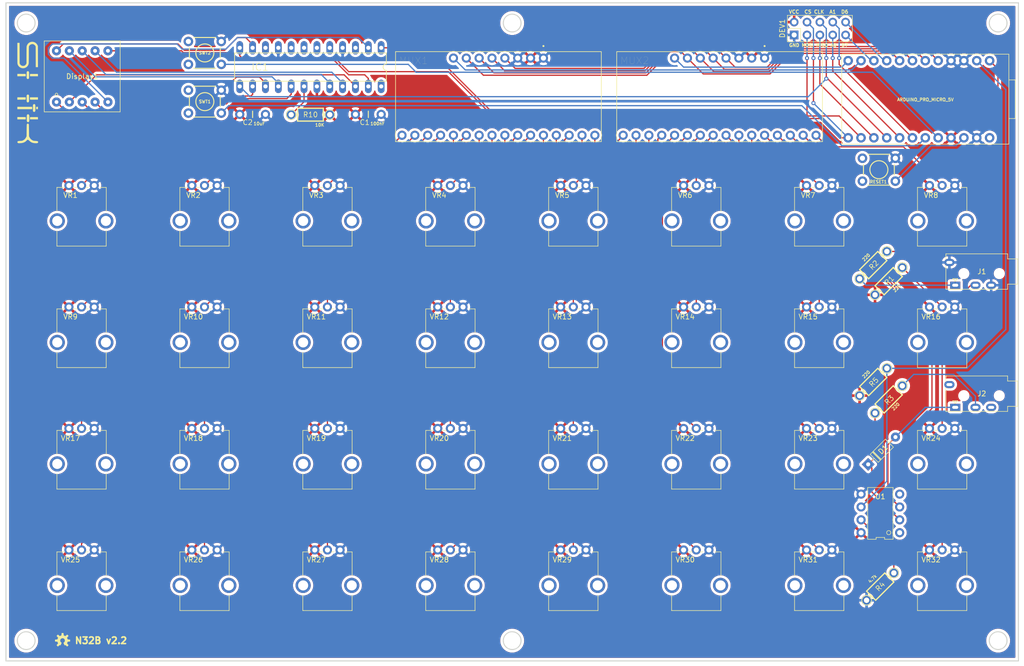
<source format=kicad_pcb>
(kicad_pcb (version 20171130) (host pcbnew "(5.1.10-1-10_14)")
  (title_block (title N32B) (date 2021-05-03) (rev V2.2) (company Shik) (comment 1 https://shik.tech) (comment 2 "CC0 1.0 Universal"))
  (layers (0 F.Cu signal) (31 B.Cu signal) (34 B.Paste user) (35 F.Paste user) (36 B.SilkS user) (37 F.SilkS user) (38 B.Mask user) (39 F.Mask user) (44 Edge.Cuts user))
  (net 0 "")
  (net 1 GND)
  (net 2 SWT1)
  (net 3 SWT2)
  (net 4 S0)
  (net 5 S1)
  (net 6 S2)
  (net 7 S3)
  (net 8 MUX1)
  (net 9 MUX2)
  (net 10 VCC)
  (net 11 "Net-(B1-Pad24)")
  (net 12 DIG1)
  (net 13 SEGG)
  (net 14 SEGB)
  (net 15 SEGDP)
  (net 16 SEGC)
  (net 17 SEGA)
  (net 18 SEGE)
  (net 19 SEGF)
  (net 20 SEGD)
  (net 21 DIG0)
  (net 22 "Net-(IC1-Pad3)")
  (net 23 "Net-(IC1-Pad5)")
  (net 24 "Net-(IC1-Pad6)")
  (net 25 "Net-(IC1-Pad7)")
  (net 26 "Net-(IC1-Pad8)")
  (net 27 "Net-(IC1-Pad10)")
  (net 28 CS)
  (net 29 CLK)
  (net 30 "Net-(IC1-Pad18)")
  (net 31 "Net-(IC1-Pad24)")
  (net 32 R1)
  (net 33 R2)
  (net 34 R9)
  (net 35 R3)
  (net 36 R10)
  (net 37 R4)
  (net 38 R11)
  (net 39 R17)
  (net 40 R18)
  (net 41 R25)
  (net 42 R26)
  (net 43 R19)
  (net 44 R27)
  (net 45 R12)
  (net 46 R20)
  (net 47 R28)
  (net 48 R8)
  (net 49 R16)
  (net 50 R24)
  (net 51 R32)
  (net 52 R7)
  (net 53 R15)
  (net 54 R23)
  (net 55 R31)
  (net 56 R6)
  (net 57 R14)
  (net 58 R22)
  (net 59 R30)
  (net 60 R29)
  (net 61 R21)
  (net 62 R13)
  (net 63 R5)
  (net 64 TX0)
  (net 65 "Net-(J1-PadT)")
  (net 66 "Net-(J1-PadR1)")
  (net 67 RX)
  (net 68 RST)
  (net 69 "Net-(D1-Pad1)")
  (net 70 "Net-(D1-Pad2)")
  (net 71 "Net-(J2-PadS)")
  (net 72 "Net-(J2-PadR1)")
  (net 73 "Net-(J2-PadR2)")
  (net 74 "Net-(R4-PadP$1)")
  (net 75 "Net-(U1-Pad4)")
  (net 76 "Net-(U1-Pad1)")
  (net 77 /Analog1)
  (net 78 MISO)
  (net 79 MOSI)
  (net 80 /Analog0)
  (net 81 /Digital7)
  (net 82 /Digital6)
  (module shik:SHIK-logo (layer F.Cu) (at 32.512 30.226)
    (fp_text reference G*** hide)
    (fp_text value LOGO hide)
  )
  (module Aesthetics:OSHW-LOGO-S (layer F.Cu) (at 39.624 148.336)
    (fp_text reference "" (at 0 0) (layer F.SilkS) (effects (font (size 1.524 1.524))))
    (fp_text value "" (at 0 0) (layer F.SilkS) (effects (font (size 1.524 1.524))))
  )
  (module shik:Potentiometer_R09_B103_Single_Vertical (layer F.Cu) (at 213.382001 137.44 270)
    (fp_text reference VR32 (at -5.07 2.19 180) (layer F.SilkS))
    (fp_text value 10k)
    (pad 1 thru_hole circle (at -7 -2.5) (size 1.8 1.8) (drill 1) (layers *.Cu *.Mask) (net 1 GND))
    (pad 2 thru_hole circle (at -7 0) (size 1.8 1.8) (drill 1) (layers *.Cu *.Mask) (net 51 R32))
    (pad 3 thru_hole circle (at -7 2.5) (size 1.8 1.8) (drill 1) (layers *.Cu *.Mask) (net 10 VCC))
    (pad "" thru_hole circle (at 0 4.8 270) (size 2.99974 2.99974) (drill 1.99898) (layers *.Cu *.Mask))
    (pad "" thru_hole circle (at 0 -4.8 270) (size 2.99974 2.99974) (drill 1.99898) (layers *.Cu *.Mask))
  )
  (module shik:Potentiometer_R09_B103_Single_Vertical (layer F.Cu) (at 189.096001 137.44 270)
    (fp_text reference VR31 (at -5.07 2.19 180) (layer F.SilkS))
    (fp_text value 10k)
    (pad 1 thru_hole circle (at -7 -2.5) (size 1.8 1.8) (drill 1) (layers *.Cu *.Mask) (net 1 GND))
    (pad 2 thru_hole circle (at -7 0) (size 1.8 1.8) (drill 1) (layers *.Cu *.Mask) (net 55 R31))
    (pad 3 thru_hole circle (at -7 2.5) (size 1.8 1.8) (drill 1) (layers *.Cu *.Mask) (net 10 VCC))
    (pad "" thru_hole circle (at 0 4.8 270) (size 2.99974 2.99974) (drill 1.99898) (layers *.Cu *.Mask))
    (pad "" thru_hole circle (at 0 -4.8 270) (size 2.99974 2.99974) (drill 1.99898) (layers *.Cu *.Mask))
  )
  (module shik:Potentiometer_R09_B103_Single_Vertical (layer F.Cu) (at 164.810001 137.44 270)
    (fp_text reference VR30 (at -5.07 2.19 180) (layer F.SilkS))
    (fp_text value 10k)
    (pad 1 thru_hole circle (at -7 -2.5) (size 1.8 1.8) (drill 1) (layers *.Cu *.Mask) (net 1 GND))
    (pad 2 thru_hole circle (at -7 0) (size 1.8 1.8) (drill 1) (layers *.Cu *.Mask) (net 59 R30))
    (pad 3 thru_hole circle (at -7 2.5) (size 1.8 1.8) (drill 1) (layers *.Cu *.Mask) (net 10 VCC))
    (pad "" thru_hole circle (at 0 4.8 270) (size 2.99974 2.99974) (drill 1.99898) (layers *.Cu *.Mask))
    (pad "" thru_hole circle (at 0 -4.8 270) (size 2.99974 2.99974) (drill 1.99898) (layers *.Cu *.Mask))
  )
  (module shik:Potentiometer_R09_B103_Single_Vertical (layer F.Cu) (at 140.524001 137.44 270)
    (fp_text reference VR29 (at -5.07 2.19 180) (layer F.SilkS))
    (fp_text value 10k)
    (pad 1 thru_hole circle (at -7 -2.5) (size 1.8 1.8) (drill 1) (layers *.Cu *.Mask) (net 1 GND))
    (pad 2 thru_hole circle (at -7 0) (size 1.8 1.8) (drill 1) (layers *.Cu *.Mask) (net 60 R29))
    (pad 3 thru_hole circle (at -7 2.5) (size 1.8 1.8) (drill 1) (layers *.Cu *.Mask) (net 10 VCC))
    (pad "" thru_hole circle (at 0 4.8 270) (size 2.99974 2.99974) (drill 1.99898) (layers *.Cu *.Mask))
    (pad "" thru_hole circle (at 0 -4.8 270) (size 2.99974 2.99974) (drill 1.99898) (layers *.Cu *.Mask))
  )
  (module shik:Potentiometer_R09_B103_Single_Vertical (layer F.Cu) (at 116.238002 137.44 270)
    (fp_text reference VR28 (at -5.07 2.19 180) (layer F.SilkS))
    (fp_text value 10k)
    (pad 1 thru_hole circle (at -7 -2.5) (size 1.8 1.8) (drill 1) (layers *.Cu *.Mask) (net 1 GND))
    (pad 2 thru_hole circle (at -7 0) (size 1.8 1.8) (drill 1) (layers *.Cu *.Mask) (net 47 R28))
    (pad 3 thru_hole circle (at -7 2.5) (size 1.8 1.8) (drill 1) (layers *.Cu *.Mask) (net 10 VCC))
    (pad "" thru_hole circle (at 0 4.8 270) (size 2.99974 2.99974) (drill 1.99898) (layers *.Cu *.Mask))
    (pad "" thru_hole circle (at 0 -4.8 270) (size 2.99974 2.99974) (drill 1.99898) (layers *.Cu *.Mask))
  )
  (module shik:Potentiometer_R09_B103_Single_Vertical (layer F.Cu) (at 91.952001 137.44 270)
    (fp_text reference VR27 (at -5.07 2.19 180) (layer F.SilkS))
    (fp_text value 10k)
    (pad 1 thru_hole circle (at -7 -2.5) (size 1.8 1.8) (drill 1) (layers *.Cu *.Mask) (net 1 GND))
    (pad 2 thru_hole circle (at -7 0) (size 1.8 1.8) (drill 1) (layers *.Cu *.Mask) (net 44 R27))
    (pad 3 thru_hole circle (at -7 2.5) (size 1.8 1.8) (drill 1) (layers *.Cu *.Mask) (net 10 VCC))
    (pad "" thru_hole circle (at 0 4.8 270) (size 2.99974 2.99974) (drill 1.99898) (layers *.Cu *.Mask))
    (pad "" thru_hole circle (at 0 -4.8 270) (size 2.99974 2.99974) (drill 1.99898) (layers *.Cu *.Mask))
  )
  (module shik:Potentiometer_R09_B103_Single_Vertical (layer F.Cu) (at 67.666001 137.44 270)
    (fp_text reference VR26 (at -5.07 2.19 180) (layer F.SilkS))
    (fp_text value 10k)
    (pad 1 thru_hole circle (at -7 -2.5) (size 1.8 1.8) (drill 1) (layers *.Cu *.Mask) (net 1 GND))
    (pad 2 thru_hole circle (at -7 0) (size 1.8 1.8) (drill 1) (layers *.Cu *.Mask) (net 42 R26))
    (pad 3 thru_hole circle (at -7 2.5) (size 1.8 1.8) (drill 1) (layers *.Cu *.Mask) (net 10 VCC))
    (pad "" thru_hole circle (at 0 4.8 270) (size 2.99974 2.99974) (drill 1.99898) (layers *.Cu *.Mask))
    (pad "" thru_hole circle (at 0 -4.8 270) (size 2.99974 2.99974) (drill 1.99898) (layers *.Cu *.Mask))
  )
  (module shik:Potentiometer_R09_B103_Single_Vertical (layer F.Cu) (at 213.382001 113.439999 270)
    (fp_text reference VR24 (at -5.07 2.19 180) (layer F.SilkS))
    (fp_text value 10k)
    (pad 1 thru_hole circle (at -7 -2.5) (size 1.8 1.8) (drill 1) (layers *.Cu *.Mask) (net 1 GND))
    (pad 2 thru_hole circle (at -7 0) (size 1.8 1.8) (drill 1) (layers *.Cu *.Mask) (net 50 R24))
    (pad 3 thru_hole circle (at -7 2.5) (size 1.8 1.8) (drill 1) (layers *.Cu *.Mask) (net 10 VCC))
    (pad "" thru_hole circle (at 0 4.8 270) (size 2.99974 2.99974) (drill 1.99898) (layers *.Cu *.Mask))
    (pad "" thru_hole circle (at 0 -4.8 270) (size 2.99974 2.99974) (drill 1.99898) (layers *.Cu *.Mask))
  )
  (module shik:Potentiometer_R09_B103_Single_Vertical (layer F.Cu) (at 189.096001 113.439999 270)
    (fp_text reference VR23 (at -5.07 2.19 180) (layer F.SilkS))
    (fp_text value 10k)
    (pad 1 thru_hole circle (at -7 -2.5) (size 1.8 1.8) (drill 1) (layers *.Cu *.Mask) (net 1 GND))
    (pad 2 thru_hole circle (at -7 0) (size 1.8 1.8) (drill 1) (layers *.Cu *.Mask) (net 54 R23))
    (pad 3 thru_hole circle (at -7 2.5) (size 1.8 1.8) (drill 1) (layers *.Cu *.Mask) (net 10 VCC))
    (pad "" thru_hole circle (at 0 4.8 270) (size 2.99974 2.99974) (drill 1.99898) (layers *.Cu *.Mask))
    (pad "" thru_hole circle (at 0 -4.8 270) (size 2.99974 2.99974) (drill 1.99898) (layers *.Cu *.Mask))
  )
  (module shik:Potentiometer_R09_B103_Single_Vertical (layer F.Cu) (at 164.810001 113.439999 270)
    (fp_text reference VR22 (at -5.07 2.19 180) (layer F.SilkS))
    (fp_text value 10k)
    (pad 1 thru_hole circle (at -7 -2.5) (size 1.8 1.8) (drill 1) (layers *.Cu *.Mask) (net 1 GND))
    (pad 2 thru_hole circle (at -7 0) (size 1.8 1.8) (drill 1) (layers *.Cu *.Mask) (net 58 R22))
    (pad 3 thru_hole circle (at -7 2.5) (size 1.8 1.8) (drill 1) (layers *.Cu *.Mask) (net 10 VCC))
    (pad "" thru_hole circle (at 0 4.8 270) (size 2.99974 2.99974) (drill 1.99898) (layers *.Cu *.Mask))
    (pad "" thru_hole circle (at 0 -4.8 270) (size 2.99974 2.99974) (drill 1.99898) (layers *.Cu *.Mask))
  )
  (module shik:Potentiometer_R09_B103_Single_Vertical (layer F.Cu) (at 140.524001 113.439999 270)
    (fp_text reference VR21 (at -5.07 2.19 180) (layer F.SilkS))
    (fp_text value 10k)
    (pad 1 thru_hole circle (at -7 -2.5) (size 1.8 1.8) (drill 1) (layers *.Cu *.Mask) (net 1 GND))
    (pad 2 thru_hole circle (at -7 0) (size 1.8 1.8) (drill 1) (layers *.Cu *.Mask) (net 61 R21))
    (pad 3 thru_hole circle (at -7 2.5) (size 1.8 1.8) (drill 1) (layers *.Cu *.Mask) (net 10 VCC))
    (pad "" thru_hole circle (at 0 4.8 270) (size 2.99974 2.99974) (drill 1.99898) (layers *.Cu *.Mask))
    (pad "" thru_hole circle (at 0 -4.8 270) (size 2.99974 2.99974) (drill 1.99898) (layers *.Cu *.Mask))
  )
  (module shik:Potentiometer_R09_B103_Single_Vertical (layer F.Cu) (at 116.238002 113.439999 270)
    (fp_text reference VR20 (at -5.07 2.19 180) (layer F.SilkS))
    (fp_text value 10k)
    (pad 1 thru_hole circle (at -7 -2.5) (size 1.8 1.8) (drill 1) (layers *.Cu *.Mask) (net 1 GND))
    (pad 2 thru_hole circle (at -7 0) (size 1.8 1.8) (drill 1) (layers *.Cu *.Mask) (net 46 R20))
    (pad 3 thru_hole circle (at -7 2.5) (size 1.8 1.8) (drill 1) (layers *.Cu *.Mask) (net 10 VCC))
    (pad "" thru_hole circle (at 0 4.8 270) (size 2.99974 2.99974) (drill 1.99898) (layers *.Cu *.Mask))
    (pad "" thru_hole circle (at 0 -4.8 270) (size 2.99974 2.99974) (drill 1.99898) (layers *.Cu *.Mask))
  )
  (module shik:Potentiometer_R09_B103_Single_Vertical (layer F.Cu) (at 91.952001 113.439999 270)
    (fp_text reference VR19 (at -5.07 2.19 180) (layer F.SilkS))
    (fp_text value 10k)
    (pad 1 thru_hole circle (at -7 -2.5) (size 1.8 1.8) (drill 1) (layers *.Cu *.Mask) (net 1 GND))
    (pad 2 thru_hole circle (at -7 0) (size 1.8 1.8) (drill 1) (layers *.Cu *.Mask) (net 43 R19))
    (pad 3 thru_hole circle (at -7 2.5) (size 1.8 1.8) (drill 1) (layers *.Cu *.Mask) (net 10 VCC))
    (pad "" thru_hole circle (at 0 4.8 270) (size 2.99974 2.99974) (drill 1.99898) (layers *.Cu *.Mask))
    (pad "" thru_hole circle (at 0 -4.8 270) (size 2.99974 2.99974) (drill 1.99898) (layers *.Cu *.Mask))
  )
  (module shik:Potentiometer_R09_B103_Single_Vertical (layer F.Cu) (at 67.666001 113.439999 270)
    (fp_text reference VR18 (at -5.07 2.19 180) (layer F.SilkS))
    (fp_text value 10k)
    (pad 1 thru_hole circle (at -7 -2.5) (size 1.8 1.8) (drill 1) (layers *.Cu *.Mask) (net 1 GND))
    (pad 2 thru_hole circle (at -7 0) (size 1.8 1.8) (drill 1) (layers *.Cu *.Mask) (net 40 R18))
    (pad 3 thru_hole circle (at -7 2.5) (size 1.8 1.8) (drill 1) (layers *.Cu *.Mask) (net 10 VCC))
    (pad "" thru_hole circle (at 0 4.8 270) (size 2.99974 2.99974) (drill 1.99898) (layers *.Cu *.Mask))
    (pad "" thru_hole circle (at 0 -4.8 270) (size 2.99974 2.99974) (drill 1.99898) (layers *.Cu *.Mask))
  )
  (module shik:Potentiometer_R09_B103_Single_Vertical (layer F.Cu) (at 43.380001 113.439999 270)
    (fp_text reference VR17 (at -5.07 2.19 180) (layer F.SilkS))
    (fp_text value 10k)
    (pad 1 thru_hole circle (at -7 -2.5) (size 1.8 1.8) (drill 1) (layers *.Cu *.Mask) (net 1 GND))
    (pad 2 thru_hole circle (at -7 0) (size 1.8 1.8) (drill 1) (layers *.Cu *.Mask) (net 39 R17))
    (pad 3 thru_hole circle (at -7 2.5) (size 1.8 1.8) (drill 1) (layers *.Cu *.Mask) (net 10 VCC))
    (pad "" thru_hole circle (at 0 4.8 270) (size 2.99974 2.99974) (drill 1.99898) (layers *.Cu *.Mask))
    (pad "" thru_hole circle (at 0 -4.8 270) (size 2.99974 2.99974) (drill 1.99898) (layers *.Cu *.Mask))
  )
  (module shik:Potentiometer_R09_B103_Single_Vertical (layer F.Cu) (at 213.382001 89.439999 270)
    (fp_text reference VR16 (at -5.07 2.19 180) (layer F.SilkS))
    (fp_text value 10k)
    (pad 1 thru_hole circle (at -7 -2.5) (size 1.8 1.8) (drill 1) (layers *.Cu *.Mask) (net 1 GND))
    (pad 2 thru_hole circle (at -7 0) (size 1.8 1.8) (drill 1) (layers *.Cu *.Mask) (net 49 R16))
    (pad 3 thru_hole circle (at -7 2.5) (size 1.8 1.8) (drill 1) (layers *.Cu *.Mask) (net 10 VCC))
    (pad "" thru_hole circle (at 0 4.8 270) (size 2.99974 2.99974) (drill 1.99898) (layers *.Cu *.Mask))
    (pad "" thru_hole circle (at 0 -4.8 270) (size 2.99974 2.99974) (drill 1.99898) (layers *.Cu *.Mask))
  )
  (module shik:Potentiometer_R09_B103_Single_Vertical (layer F.Cu) (at 189.096001 89.439999 270)
    (fp_text reference VR15 (at -5.07 2.19 180) (layer F.SilkS))
    (fp_text value 10k)
    (pad 1 thru_hole circle (at -7 -2.5) (size 1.8 1.8) (drill 1) (layers *.Cu *.Mask) (net 1 GND))
    (pad 2 thru_hole circle (at -7 0) (size 1.8 1.8) (drill 1) (layers *.Cu *.Mask) (net 53 R15))
    (pad 3 thru_hole circle (at -7 2.5) (size 1.8 1.8) (drill 1) (layers *.Cu *.Mask) (net 10 VCC))
    (pad "" thru_hole circle (at 0 4.8 270) (size 2.99974 2.99974) (drill 1.99898) (layers *.Cu *.Mask))
    (pad "" thru_hole circle (at 0 -4.8 270) (size 2.99974 2.99974) (drill 1.99898) (layers *.Cu *.Mask))
  )
  (module shik:Potentiometer_R09_B103_Single_Vertical (layer F.Cu) (at 164.810001 89.439999 270)
    (fp_text reference VR14 (at -5.07 2.19 180) (layer F.SilkS))
    (fp_text value 10k)
    (pad 1 thru_hole circle (at -7 -2.5) (size 1.8 1.8) (drill 1) (layers *.Cu *.Mask) (net 1 GND))
    (pad 2 thru_hole circle (at -7 0) (size 1.8 1.8) (drill 1) (layers *.Cu *.Mask) (net 57 R14))
    (pad 3 thru_hole circle (at -7 2.5) (size 1.8 1.8) (drill 1) (layers *.Cu *.Mask) (net 10 VCC))
    (pad "" thru_hole circle (at 0 4.8 270) (size 2.99974 2.99974) (drill 1.99898) (layers *.Cu *.Mask))
    (pad "" thru_hole circle (at 0 -4.8 270) (size 2.99974 2.99974) (drill 1.99898) (layers *.Cu *.Mask))
  )
  (module shik:Potentiometer_R09_B103_Single_Vertical (layer F.Cu) (at 140.524001 89.439999 270)
    (fp_text reference VR13 (at -5.07 2.19 180) (layer F.SilkS))
    (fp_text value 10k)
    (pad 1 thru_hole circle (at -7 -2.5) (size 1.8 1.8) (drill 1) (layers *.Cu *.Mask) (net 1 GND))
    (pad 2 thru_hole circle (at -7 0) (size 1.8 1.8) (drill 1) (layers *.Cu *.Mask) (net 62 R13))
    (pad 3 thru_hole circle (at -7 2.5) (size 1.8 1.8) (drill 1) (layers *.Cu *.Mask) (net 10 VCC))
    (pad "" thru_hole circle (at 0 4.8 270) (size 2.99974 2.99974) (drill 1.99898) (layers *.Cu *.Mask))
    (pad "" thru_hole circle (at 0 -4.8 270) (size 2.99974 2.99974) (drill 1.99898) (layers *.Cu *.Mask))
  )
  (module shik:Potentiometer_R09_B103_Single_Vertical (layer F.Cu) (at 116.238002 89.439999 270)
    (fp_text reference VR12 (at -5.07 2.19 180) (layer F.SilkS))
    (fp_text value 10k)
    (pad 1 thru_hole circle (at -7 -2.5) (size 1.8 1.8) (drill 1) (layers *.Cu *.Mask) (net 1 GND))
    (pad 2 thru_hole circle (at -7 0) (size 1.8 1.8) (drill 1) (layers *.Cu *.Mask) (net 45 R12))
    (pad 3 thru_hole circle (at -7 2.5) (size 1.8 1.8) (drill 1) (layers *.Cu *.Mask) (net 10 VCC))
    (pad "" thru_hole circle (at 0 4.8 270) (size 2.99974 2.99974) (drill 1.99898) (layers *.Cu *.Mask))
    (pad "" thru_hole circle (at 0 -4.8 270) (size 2.99974 2.99974) (drill 1.99898) (layers *.Cu *.Mask))
  )
  (module shik:Potentiometer_R09_B103_Single_Vertical (layer F.Cu) (at 91.952001 89.439999 270)
    (fp_text reference VR11 (at -5.07 2.19 180) (layer F.SilkS))
    (fp_text value 10k)
    (pad 1 thru_hole circle (at -7 -2.5) (size 1.8 1.8) (drill 1) (layers *.Cu *.Mask) (net 1 GND))
    (pad 2 thru_hole circle (at -7 0) (size 1.8 1.8) (drill 1) (layers *.Cu *.Mask) (net 38 R11))
    (pad 3 thru_hole circle (at -7 2.5) (size 1.8 1.8) (drill 1) (layers *.Cu *.Mask) (net 10 VCC))
    (pad "" thru_hole circle (at 0 4.8 270) (size 2.99974 2.99974) (drill 1.99898) (layers *.Cu *.Mask))
    (pad "" thru_hole circle (at 0 -4.8 270) (size 2.99974 2.99974) (drill 1.99898) (layers *.Cu *.Mask))
  )
  (module shik:Potentiometer_R09_B103_Single_Vertical (layer F.Cu) (at 67.666001 89.439999 270)
    (fp_text reference VR10 (at -5.07 2.19 180) (layer F.SilkS))
    (fp_text value 10k)
    (pad 1 thru_hole circle (at -7 -2.5) (size 1.8 1.8) (drill 1) (layers *.Cu *.Mask) (net 1 GND))
    (pad 2 thru_hole circle (at -7 0) (size 1.8 1.8) (drill 1) (layers *.Cu *.Mask) (net 36 R10))
    (pad 3 thru_hole circle (at -7 2.5) (size 1.8 1.8) (drill 1) (layers *.Cu *.Mask) (net 10 VCC))
    (pad "" thru_hole circle (at 0 4.8 270) (size 2.99974 2.99974) (drill 1.99898) (layers *.Cu *.Mask))
    (pad "" thru_hole circle (at 0 -4.8 270) (size 2.99974 2.99974) (drill 1.99898) (layers *.Cu *.Mask))
  )
  (module shik:Potentiometer_R09_B103_Single_Vertical (layer F.Cu) (at 43.380001 89.439999 270)
    (fp_text reference VR9 (at -5.07 2.19 180) (layer F.SilkS))
    (fp_text value 10k)
    (pad 1 thru_hole circle (at -7 -2.5) (size 1.8 1.8) (drill 1) (layers *.Cu *.Mask) (net 1 GND))
    (pad 2 thru_hole circle (at -7 0) (size 1.8 1.8) (drill 1) (layers *.Cu *.Mask) (net 34 R9))
    (pad 3 thru_hole circle (at -7 2.5) (size 1.8 1.8) (drill 1) (layers *.Cu *.Mask) (net 10 VCC))
    (pad "" thru_hole circle (at 0 4.8 270) (size 2.99974 2.99974) (drill 1.99898) (layers *.Cu *.Mask))
    (pad "" thru_hole circle (at 0 -4.8 270) (size 2.99974 2.99974) (drill 1.99898) (layers *.Cu *.Mask))
  )
  (module shik:Potentiometer_R09_B103_Single_Vertical (layer F.Cu) (at 213.382001 65.44 270)
    (fp_text reference VR8 (at -5.07 2.19 180) (layer F.SilkS))
    (fp_text value 10k)
    (pad 1 thru_hole circle (at -7 -2.5) (size 1.8 1.8) (drill 1) (layers *.Cu *.Mask) (net 1 GND))
    (pad 2 thru_hole circle (at -7 0) (size 1.8 1.8) (drill 1) (layers *.Cu *.Mask) (net 48 R8))
    (pad 3 thru_hole circle (at -7 2.5) (size 1.8 1.8) (drill 1) (layers *.Cu *.Mask) (net 10 VCC))
    (pad "" thru_hole circle (at 0 4.8 270) (size 2.99974 2.99974) (drill 1.99898) (layers *.Cu *.Mask))
    (pad "" thru_hole circle (at 0 -4.8 270) (size 2.99974 2.99974) (drill 1.99898) (layers *.Cu *.Mask))
  )
  (module shik:Potentiometer_R09_B103_Single_Vertical (layer F.Cu) (at 189.096001 65.44 270)
    (fp_text reference VR7 (at -5.07 2.19 180) (layer F.SilkS))
    (fp_text value 10k)
    (pad 1 thru_hole circle (at -7 -2.5) (size 1.8 1.8) (drill 1) (layers *.Cu *.Mask) (net 1 GND))
    (pad 2 thru_hole circle (at -7 0) (size 1.8 1.8) (drill 1) (layers *.Cu *.Mask) (net 52 R7))
    (pad 3 thru_hole circle (at -7 2.5) (size 1.8 1.8) (drill 1) (layers *.Cu *.Mask) (net 10 VCC))
    (pad "" thru_hole circle (at 0 4.8 270) (size 2.99974 2.99974) (drill 1.99898) (layers *.Cu *.Mask))
    (pad "" thru_hole circle (at 0 -4.8 270) (size 2.99974 2.99974) (drill 1.99898) (layers *.Cu *.Mask))
  )
  (module shik:Potentiometer_R09_B103_Single_Vertical (layer F.Cu) (at 164.810001 65.44 270)
    (fp_text reference VR6 (at -5.07 2.19 180) (layer F.SilkS))
    (fp_text value 10k)
    (pad 1 thru_hole circle (at -7 -2.5) (size 1.8 1.8) (drill 1) (layers *.Cu *.Mask) (net 1 GND))
    (pad 2 thru_hole circle (at -7 0) (size 1.8 1.8) (drill 1) (layers *.Cu *.Mask) (net 56 R6))
    (pad 3 thru_hole circle (at -7 2.5) (size 1.8 1.8) (drill 1) (layers *.Cu *.Mask) (net 10 VCC))
    (pad "" thru_hole circle (at 0 4.8 270) (size 2.99974 2.99974) (drill 1.99898) (layers *.Cu *.Mask))
    (pad "" thru_hole circle (at 0 -4.8 270) (size 2.99974 2.99974) (drill 1.99898) (layers *.Cu *.Mask))
  )
  (module shik:Potentiometer_R09_B103_Single_Vertical (layer F.Cu) (at 140.524001 65.44 270)
    (fp_text reference VR5 (at -5.07 2.19 180) (layer F.SilkS))
    (fp_text value 10k)
    (pad 1 thru_hole circle (at -7 -2.5) (size 1.8 1.8) (drill 1) (layers *.Cu *.Mask) (net 1 GND))
    (pad 2 thru_hole circle (at -7 0) (size 1.8 1.8) (drill 1) (layers *.Cu *.Mask) (net 63 R5))
    (pad 3 thru_hole circle (at -7 2.5) (size 1.8 1.8) (drill 1) (layers *.Cu *.Mask) (net 10 VCC))
    (pad "" thru_hole circle (at 0 4.8 270) (size 2.99974 2.99974) (drill 1.99898) (layers *.Cu *.Mask))
    (pad "" thru_hole circle (at 0 -4.8 270) (size 2.99974 2.99974) (drill 1.99898) (layers *.Cu *.Mask))
  )
  (module shik:Potentiometer_R09_B103_Single_Vertical (layer F.Cu) (at 116.238002 65.44 270)
    (fp_text reference VR4 (at -5.07 2.19 180) (layer F.SilkS))
    (fp_text value 10k)
    (pad 1 thru_hole circle (at -7 -2.5) (size 1.8 1.8) (drill 1) (layers *.Cu *.Mask) (net 1 GND))
    (pad 2 thru_hole circle (at -7 0) (size 1.8 1.8) (drill 1) (layers *.Cu *.Mask) (net 37 R4))
    (pad 3 thru_hole circle (at -7 2.5) (size 1.8 1.8) (drill 1) (layers *.Cu *.Mask) (net 10 VCC))
    (pad "" thru_hole circle (at 0 4.8 270) (size 2.99974 2.99974) (drill 1.99898) (layers *.Cu *.Mask))
    (pad "" thru_hole circle (at 0 -4.8 270) (size 2.99974 2.99974) (drill 1.99898) (layers *.Cu *.Mask))
  )
  (module shik:Potentiometer_R09_B103_Single_Vertical (layer F.Cu) (at 67.666001 65.44 270)
    (fp_text reference VR2 (at -5.07 2.19 180) (layer F.SilkS))
    (fp_text value 10k)
    (pad 1 thru_hole circle (at -7 -2.5) (size 1.8 1.8) (drill 1) (layers *.Cu *.Mask) (net 1 GND))
    (pad 2 thru_hole circle (at -7 0) (size 1.8 1.8) (drill 1) (layers *.Cu *.Mask) (net 33 R2))
    (pad 3 thru_hole circle (at -7 2.5) (size 1.8 1.8) (drill 1) (layers *.Cu *.Mask) (net 10 VCC))
    (pad "" thru_hole circle (at 0 4.8 270) (size 2.99974 2.99974) (drill 1.99898) (layers *.Cu *.Mask))
    (pad "" thru_hole circle (at 0 -4.8 270) (size 2.99974 2.99974) (drill 1.99898) (layers *.Cu *.Mask))
  )
  (module shik:Potentiometer_R09_B103_Single_Vertical (layer F.Cu) (at 91.952001 65.44 270)
    (fp_text reference VR3 (at -5.07 2.19 180) (layer F.SilkS))
    (fp_text value 10k)
    (pad 1 thru_hole circle (at -7 -2.5) (size 1.8 1.8) (drill 1) (layers *.Cu *.Mask) (net 1 GND))
    (pad 2 thru_hole circle (at -7 0) (size 1.8 1.8) (drill 1) (layers *.Cu *.Mask) (net 35 R3))
    (pad 3 thru_hole circle (at -7 2.5) (size 1.8 1.8) (drill 1) (layers *.Cu *.Mask) (net 10 VCC))
    (pad "" thru_hole circle (at 0 4.8 270) (size 2.99974 2.99974) (drill 1.99898) (layers *.Cu *.Mask))
    (pad "" thru_hole circle (at 0 -4.8 270) (size 2.99974 2.99974) (drill 1.99898) (layers *.Cu *.Mask))
  )
  (module shik:Potentiometer_R09_B103_Single_Vertical (layer F.Cu) (at 43.380001 137.44 270)
    (fp_text reference VR25 (at -5.07 2.19 180) (layer F.SilkS))
    (fp_text value 10k)
    (pad 1 thru_hole circle (at -7 -2.5) (size 1.8 1.8) (drill 1) (layers *.Cu *.Mask) (net 1 GND))
    (pad 2 thru_hole circle (at -7 0) (size 1.8 1.8) (drill 1) (layers *.Cu *.Mask) (net 41 R25))
    (pad 3 thru_hole circle (at -7 2.5) (size 1.8 1.8) (drill 1) (layers *.Cu *.Mask) (net 10 VCC))
    (pad "" thru_hole circle (at 0 4.8 270) (size 2.99974 2.99974) (drill 1.99898) (layers *.Cu *.Mask))
    (pad "" thru_hole circle (at 0 -4.8 270) (size 2.99974 2.99974) (drill 1.99898) (layers *.Cu *.Mask))
  )
  (module shik:Potentiometer_R09_B103_Single_Vertical (layer F.Cu) (at 43.380001 65.44 270)
    (fp_text reference VR1 (at -5.07 2.19 180) (layer F.SilkS))
    (fp_text value 10k)
    (pad 1 thru_hole circle (at -7 -2.5) (size 1.8 1.8) (drill 1) (layers *.Cu *.Mask) (net 1 GND))
    (pad 2 thru_hole circle (at -7 0) (size 1.8 1.8) (drill 1) (layers *.Cu *.Mask) (net 32 R1))
    (pad 3 thru_hole circle (at -7 2.5) (size 1.8 1.8) (drill 1) (layers *.Cu *.Mask) (net 10 VCC))
    (pad "" thru_hole circle (at 0 4.8 270) (size 2.99974 2.99974) (drill 1.99898) (layers *.Cu *.Mask))
    (pad "" thru_hole circle (at 0 -4.8 270) (size 2.99974 2.99974) (drill 1.99898) (layers *.Cu *.Mask))
  )
  (module shik:XDCR_BOB-09056 (layer F.Cu) (at 169.418 40.894 270)
    (fp_text reference MUX2 (at -7.112 16.764) (layer F.SilkS) (effects (font (size 1.4 1.4) (thickness 0.015))))
    (fp_text value 16-CHANNEL-ANALOG-MULTIPLEXER hide)
    (pad 9 thru_hole circle (at 7.62 19.05 270) (size 1.8 1.8) (drill 1.02) (layers *.Cu *.Mask) (net 63 R5))
    (pad 10 thru_hole circle (at 7.62 16.51 270) (size 1.8 1.8) (drill 1.02) (layers *.Cu *.Mask) (net 62 R13))
    (pad 11 thru_hole circle (at 7.62 13.97 270) (size 1.8 1.8) (drill 1.02) (layers *.Cu *.Mask) (net 61 R21))
    (pad 12 thru_hole circle (at 7.62 11.43 270) (size 1.8 1.8) (drill 1.02) (layers *.Cu *.Mask) (net 60 R29))
    (pad 13 thru_hole circle (at 7.62 8.89 270) (size 1.8 1.8) (drill 1.02) (layers *.Cu *.Mask) (net 59 R30))
    (pad 14 thru_hole circle (at 7.62 6.35 270) (size 1.8 1.8) (drill 1.02) (layers *.Cu *.Mask) (net 58 R22))
    (pad 15 thru_hole circle (at 7.62 3.81 270) (size 1.8 1.8) (drill 1.02) (layers *.Cu *.Mask) (net 57 R14))
    (pad 16 thru_hole circle (at 7.62 1.27 270) (size 1.8 1.8) (drill 1.02) (layers *.Cu *.Mask) (net 56 R6))
    (pad 17 thru_hole circle (at 7.62 -1.27 270) (size 1.8 1.8) (drill 1.02) (layers *.Cu *.Mask) (net 55 R31))
    (pad 18 thru_hole circle (at 7.62 -3.81 270) (size 1.8 1.8) (drill 1.02) (layers *.Cu *.Mask) (net 54 R23))
    (pad 19 thru_hole circle (at 7.62 -6.35 270) (size 1.8 1.8) (drill 1.02) (layers *.Cu *.Mask) (net 53 R15))
    (pad 20 thru_hole circle (at 7.62 -8.89 270) (size 1.8 1.8) (drill 1.02) (layers *.Cu *.Mask) (net 52 R7))
    (pad 21 thru_hole circle (at 7.62 -11.43 270) (size 1.8 1.8) (drill 1.02) (layers *.Cu *.Mask) (net 51 R32))
    (pad 22 thru_hole circle (at 7.62 -13.97 270) (size 1.8 1.8) (drill 1.02) (layers *.Cu *.Mask) (net 50 R24))
    (pad 23 thru_hole circle (at 7.62 -16.51 270) (size 1.8 1.8) (drill 1.02) (layers *.Cu *.Mask) (net 49 R16))
    (pad 24 thru_hole circle (at 7.62 -19.05 270) (size 1.8 1.8) (drill 1.02) (layers *.Cu *.Mask) (net 48 R8))
    (pad 8 thru_hole circle (at -7.62 8.89 270) (size 1.8 1.8) (drill 1.02) (layers *.Cu *.Mask) (net 9 MUX2))
    (pad 7 thru_hole circle (at -7.62 6.35 270) (size 1.8 1.8) (drill 1.02) (layers *.Cu *.Mask) (net 7 S3))
    (pad 6 thru_hole circle (at -7.62 3.81 270) (size 1.8 1.8) (drill 1.02) (layers *.Cu *.Mask) (net 6 S2))
    (pad 5 thru_hole circle (at -7.62 1.27 270) (size 1.8 1.8) (drill 1.02) (layers *.Cu *.Mask) (net 5 S1))
    (pad 4 thru_hole circle (at -7.62 -1.27 270) (size 1.8 1.8) (drill 1.02) (layers *.Cu *.Mask) (net 4 S0))
    (pad 3 thru_hole circle (at -7.62 -3.81 270) (size 1.8 1.8) (drill 1.02) (layers *.Cu *.Mask) (net 1 GND))
    (pad 2 thru_hole circle (at -7.62 -6.35 270) (size 1.8 1.8) (drill 1.02) (layers *.Cu *.Mask) (net 10 VCC))
    (pad 1 thru_hole circle (at -7.62 -8.89 270) (size 1.8 1.8) (drill 1.02) (layers *.Cu *.Mask) (net 1 GND))
  )
  (module shik:XDCR_BOB-09056 (layer F.Cu) (at 125.73 40.894 270)
    (fp_text reference MUX1 (at -7.112 16.764) (layer F.SilkS) (effects (font (size 1.4 1.4) (thickness 0.015))))
    (fp_text value 16-CHANNEL-ANALOG-MULTIPLEXER hide)
    (pad 9 thru_hole circle (at 7.62 19.05 270) (size 1.8 1.8) (drill 1.02) (layers *.Cu *.Mask) (net 32 R1))
    (pad 10 thru_hole circle (at 7.62 16.51 270) (size 1.8 1.8) (drill 1.02) (layers *.Cu *.Mask) (net 33 R2))
    (pad 11 thru_hole circle (at 7.62 13.97 270) (size 1.8 1.8) (drill 1.02) (layers *.Cu *.Mask) (net 34 R9))
    (pad 12 thru_hole circle (at 7.62 11.43 270) (size 1.8 1.8) (drill 1.02) (layers *.Cu *.Mask) (net 35 R3))
    (pad 13 thru_hole circle (at 7.62 8.89 270) (size 1.8 1.8) (drill 1.02) (layers *.Cu *.Mask) (net 36 R10))
    (pad 14 thru_hole circle (at 7.62 6.35 270) (size 1.8 1.8) (drill 1.02) (layers *.Cu *.Mask) (net 38 R11))
    (pad 15 thru_hole circle (at 7.62 3.81 270) (size 1.8 1.8) (drill 1.02) (layers *.Cu *.Mask) (net 37 R4))
    (pad 16 thru_hole circle (at 7.62 1.27 270) (size 1.8 1.8) (drill 1.02) (layers *.Cu *.Mask) (net 39 R17))
    (pad 17 thru_hole circle (at 7.62 -1.27 270) (size 1.8 1.8) (drill 1.02) (layers *.Cu *.Mask) (net 40 R18))
    (pad 18 thru_hole circle (at 7.62 -3.81 270) (size 1.8 1.8) (drill 1.02) (layers *.Cu *.Mask) (net 41 R25))
    (pad 19 thru_hole circle (at 7.62 -6.35 270) (size 1.8 1.8) (drill 1.02) (layers *.Cu *.Mask) (net 42 R26))
    (pad 20 thru_hole circle (at 7.62 -8.89 270) (size 1.8 1.8) (drill 1.02) (layers *.Cu *.Mask) (net 43 R19))
    (pad 21 thru_hole circle (at 7.62 -11.43 270) (size 1.8 1.8) (drill 1.02) (layers *.Cu *.Mask) (net 44 R27))
    (pad 22 thru_hole circle (at 7.62 -13.97 270) (size 1.8 1.8) (drill 1.02) (layers *.Cu *.Mask) (net 45 R12))
    (pad 23 thru_hole circle (at 7.62 -16.51 270) (size 1.8 1.8) (drill 1.02) (layers *.Cu *.Mask) (net 46 R20))
    (pad 24 thru_hole circle (at 7.62 -19.05 270) (size 1.8 1.8) (drill 1.02) (layers *.Cu *.Mask) (net 47 R28))
    (pad 8 thru_hole circle (at -7.62 8.89 270) (size 1.8 1.8) (drill 1.02) (layers *.Cu *.Mask) (net 8 MUX1))
    (pad 7 thru_hole circle (at -7.62 6.35 270) (size 1.8 1.8) (drill 1.02) (layers *.Cu *.Mask) (net 7 S3))
    (pad 6 thru_hole circle (at -7.62 3.81 270) (size 1.8 1.8) (drill 1.02) (layers *.Cu *.Mask) (net 6 S2))
    (pad 5 thru_hole circle (at -7.62 1.27 270) (size 1.8 1.8) (drill 1.02) (layers *.Cu *.Mask) (net 5 S1))
    (pad 4 thru_hole circle (at -7.62 -1.27 270) (size 1.8 1.8) (drill 1.02) (layers *.Cu *.Mask) (net 4 S0))
    (pad 3 thru_hole circle (at -7.62 -3.81 270) (size 1.8 1.8) (drill 1.02) (layers *.Cu *.Mask) (net 1 GND))
    (pad 2 thru_hole circle (at -7.62 -6.35 270) (size 1.8 1.8) (drill 1.02) (layers *.Cu *.Mask) (net 10 VCC))
    (pad 1 thru_hole circle (at -7.62 -8.89 270) (size 1.8 1.8) (drill 1.02) (layers *.Cu *.Mask) (net 1 GND))
  )
  (module Connector_PinHeader_2.54mm:PinHeader_2x05_P2.54mm_Vertical (layer F.Cu) (at 184.15 28.702 90)
    (fp_text reference DEV1 (at 1.27 -2.33 90) (layer F.SilkS))
    (fp_text value "GND VCC CS MOSI MISO CLK A0 A1  D6  D7" hide)
    (pad 1 thru_hole rect (at 0 0 90) (size 1.7 1.7) (drill 1) (layers *.Cu *.Mask) (net 1 GND))
    (pad 2 thru_hole oval (at 2.54 0 90) (size 1.7 1.7) (drill 1) (layers *.Cu *.Mask) (net 10 VCC))
    (pad 3 thru_hole oval (at 0 2.54 90) (size 1.7 1.7) (drill 1) (layers *.Cu *.Mask) (net 79 MOSI))
    (pad 4 thru_hole oval (at 2.54 2.54 90) (size 1.7 1.7) (drill 1) (layers *.Cu *.Mask) (net 28 CS))
    (pad 5 thru_hole oval (at 0 5.08 90) (size 1.7 1.7) (drill 1) (layers *.Cu *.Mask) (net 78 MISO))
    (pad 6 thru_hole oval (at 2.54 5.08 90) (size 1.7 1.7) (drill 1) (layers *.Cu *.Mask) (net 29 CLK))
    (pad 7 thru_hole oval (at 0 7.62 90) (size 1.7 1.7) (drill 1) (layers *.Cu *.Mask) (net 80 /Analog0))
    (pad 8 thru_hole oval (at 2.54 7.62 90) (size 1.7 1.7) (drill 1) (layers *.Cu *.Mask) (net 77 /Analog1))
    (pad 9 thru_hole oval (at 0 10.16 90) (size 1.7 1.7) (drill 1) (layers *.Cu *.Mask) (net 81 /Digital7))
    (pad 10 thru_hole oval (at 2.54 10.16 90) (size 1.7 1.7) (drill 1) (layers *.Cu *.Mask) (net 82 /Digital6))
  )
  (module shik:CAP-PTH-5.08 (layer F.Cu) (at 77.168 44.386)
    (fp_text reference C2 (at -0.968 1.588 180) (layer F.SilkS) (effects (font (thickness 0.127))))
    (fp_text value 10uF (at 1.318 1.842 180) (layer F.SilkS) (effects (font (size 0.6096 0.6096) (thickness 0.127))))
    (pad 1 thru_hole circle (at -2.54 0) (size 1.8 1.8) (drill 1) (layers *.Cu *.Mask) (net 10 VCC))
    (pad 2 thru_hole circle (at 2.54 0) (size 1.8 1.8) (drill 1) (layers *.Cu *.Mask) (net 1 GND))
  )
  (module shik:CAP-PTH-5.08 (layer F.Cu) (at 100.028 44.386)
    (fp_text reference C1 (at -0.714 1.588 180) (layer F.SilkS) (effects (font (thickness 0.127))))
    (fp_text value 100nF (at 1.826 1.842 180) (layer F.SilkS) (effects (font (size 0.6096 0.6096) (thickness 0.127))))
    (pad 1 thru_hole circle (at -2.54 0) (size 1.8 1.8) (drill 1) (layers *.Cu *.Mask) (net 10 VCC))
    (pad 2 thru_hole circle (at 2.54 0) (size 1.8 1.8) (drill 1) (layers *.Cu *.Mask) (net 1 GND))
  )
  (module shik:7-Segment-2-Digits-0.36inch (layer F.Cu) (at 43.508 36.892)
    (fp_text reference Display1 (at 0 0 180) (layer F.SilkS))
    (fp_text value 7-segment-2digit-0.36inch-display hide)
    (pad 10 thru_hole circle (at -5.08 -5.06) (size 1.8 1.8) (drill 0.762) (layers *.Cu *.Mask) (net 12 DIG1))
    (pad 1 thru_hole circle (at -5.08 5.06) (size 1.8 1.8) (drill 0.762) (layers *.Cu *.Mask) (net 13 SEGG))
    (pad 9 thru_hole circle (at -2.54 -5.06) (size 1.8 1.8) (drill 0.762) (layers *.Cu *.Mask) (net 14 SEGB))
    (pad 2 thru_hole circle (at -2.54 5.06) (size 1.8 1.8) (drill 0.762) (layers *.Cu *.Mask) (net 15 SEGDP))
    (pad 8 thru_hole circle (at 0 -5.06) (size 1.8 1.8) (drill 0.762) (layers *.Cu *.Mask) (net 16 SEGC))
    (pad 3 thru_hole circle (at 0 5.06) (size 1.8 1.8) (drill 0.762) (layers *.Cu *.Mask) (net 17 SEGA))
    (pad 7 thru_hole circle (at 2.54 -5.06) (size 1.8 1.8) (drill 0.762) (layers *.Cu *.Mask) (net 18 SEGE))
    (pad 4 thru_hole circle (at 2.54 5.06) (size 1.8 1.8) (drill 0.762) (layers *.Cu *.Mask) (net 19 SEGF))
    (pad 6 thru_hole circle (at 5.08 -5.06) (size 1.8 1.8) (drill 0.762) (layers *.Cu *.Mask) (net 20 SEGD))
    (pad 5 thru_hole circle (at 5.08 5.06) (size 1.8 1.8) (drill 0.762) (layers *.Cu *.Mask) (net 21 DIG0))
  )
  (module shik:D_DO-35_SOD27_P7.62mm_Horizontal (layer F.Cu) (at 198.773 113.527 45)
    (fp_text reference D1 (at 4.140199 0 45) (layer F.SilkS))
    (fp_text value 1N914)
    (pad 2 thru_hole oval (at 7.62 0 45) (size 1.8 1.8) (drill 0.8) (layers *.Cu *.Mask) (net 70 "Net-(D1-Pad2)"))
    (pad 1 thru_hole rect (at 0 0 45) (size 1.8 1.8) (drill 0.8) (layers *.Cu *.Mask) (net 69 "Net-(D1-Pad1)"))
  )
  (module shik:6n138 (layer F.Cu) (at 201.1807 123.2154 90)
    (fp_text reference U1 (at 3.3274 -0.0127) (layer F.SilkS))
    (fp_text value 6N138)
    (pad 4 thru_hole circle (at 3.81 3.81 90) (size 1.8 1.8) (drill 1) (layers *.Cu *.Mask) (net 75 "Net-(U1-Pad4)"))
    (pad 5 thru_hole circle (at 3.81 -3.81 90) (size 1.8 1.8) (drill 1) (layers *.Cu *.Mask) (net 1 GND))
    (pad 3 thru_hole circle (at 1.27 3.81 90) (size 1.8 1.8) (drill 1) (layers *.Cu *.Mask) (net 70 "Net-(D1-Pad2)"))
    (pad 6 thru_hole circle (at 1.27 -3.81 90) (size 1.8 1.8) (drill 1) (layers *.Cu *.Mask) (net 67 RX))
    (pad 2 thru_hole circle (at -1.27 3.81 90) (size 1.8 1.8) (drill 1) (layers *.Cu *.Mask) (net 69 "Net-(D1-Pad1)"))
    (pad 7 thru_hole circle (at -1.27 -3.81 90) (size 1.8 1.8) (drill 1) (layers *.Cu *.Mask) (net 74 "Net-(R4-PadP$1)"))
    (pad 1 thru_hole circle (at -3.81 3.81 90) (size 1.8 1.8) (drill 1) (layers *.Cu *.Mask) (net 76 "Net-(U1-Pad1)"))
    (pad 8 thru_hole circle (at -3.81 -3.81 90) (size 1.8 1.8) (drill 1) (layers *.Cu *.Mask) (net 10 VCC))
  )
  (module Resistors:AXIAL-0.3-KIT (layer F.Cu) (at 199.771 74.168 45)
    (fp_text reference R2 (at 0.089803 0.089803 45) (layer F.SilkS) (effects (font (thickness 0.127))))
    (fp_text value 220 (at 0.089803 -2.065459 45) (layer F.SilkS) (effects (font (size 0.6096 0.6096) (thickness 0.127))))
    (pad P$2 thru_hole circle (at 3.81 0 45) (size 2.032 2.032) (drill 1.016) (layers *.Cu *.Mask) (net 64 TX0))
    (pad P$1 thru_hole circle (at -3.81 0 45) (size 2.032 2.032) (drill 1.016) (layers *.Cu *.Mask) (net 65 "Net-(J1-PadT)"))
  )
  (module Resistors:AXIAL-0.3-KIT (layer F.Cu) (at 202.819 77.343 225)
    (fp_text reference R1 (at -0.179605 0 45) (layer F.SilkS) (effects (font (thickness 0.127))))
    (fp_text value 220 (at -0.179605 -2.155261 45) (layer F.SilkS) (effects (font (size 0.6096 0.6096) (thickness 0.127))))
    (pad P$2 thru_hole circle (at 3.81 0 225) (size 2.032 2.032) (drill 1.016) (layers *.Cu *.Mask) (net 10 VCC))
    (pad P$1 thru_hole circle (at -3.81 0 225) (size 2.032 2.032) (drill 1.016) (layers *.Cu *.Mask) (net 66 "Net-(J1-PadR1)"))
  )
  (module Resistors:AXIAL-0.3-KIT (layer F.Cu) (at 88.598 44.446 180)
    (fp_text reference R10 (at 0 -0.004) (layer F.SilkS) (effects (font (thickness 0.127))))
    (fp_text value 10K (at -1.826 -2.036) (layer F.SilkS) (effects (font (size 0.6096 0.6096) (thickness 0.127))))
    (pad P$2 thru_hole circle (at 3.81 0 180) (size 2.032 2.032) (drill 1.016) (layers *.Cu *.Mask) (net 30 "Net-(IC1-Pad18)"))
    (pad P$1 thru_hole circle (at -3.81 0 180) (size 2.032 2.032) (drill 1.016) (layers *.Cu *.Mask) (net 10 VCC))
  )
  (module Resistors:AXIAL-0.3-KIT (layer F.Cu) (at 202.819 100.702 225)
    (fp_text reference R3 (at 0.006364 -0.185969 45) (layer F.SilkS) (effects (font (thickness 0.127))))
    (fp_text value 220 (at 0.006364 -1.98202 45) (layer F.SilkS) (effects (font (size 0.6096 0.6096) (thickness 0.127))))
    (pad P$2 thru_hole circle (at 3.81 0 225) (size 2.032 2.032) (drill 1.016) (layers *.Cu *.Mask) (net 69 "Net-(D1-Pad1)"))
    (pad P$1 thru_hole circle (at -3.81 0 225) (size 2.032 2.032) (drill 1.016) (layers *.Cu *.Mask) (net 72 "Net-(J2-PadR1)"))
  )
  (module Resistors:AXIAL-0.3-KIT (layer F.Cu) (at 201.148 137.677 225)
    (fp_text reference R4 (at -0.020506 -0.007778 45) (layer F.SilkS) (effects (font (thickness 0.127))))
    (fp_text value 4.7k (at -0.020506 2.147483 45) (layer F.SilkS) (effects (font (size 0.6096 0.6096) (thickness 0.127))))
    (pad P$2 thru_hole circle (at 3.81 0 225) (size 2.032 2.032) (drill 1.016) (layers *.Cu *.Mask) (net 1 GND))
    (pad P$1 thru_hole circle (at -3.81 0 225) (size 2.032 2.032) (drill 1.016) (layers *.Cu *.Mask) (net 74 "Net-(R4-PadP$1)"))
  )
  (module Resistors:AXIAL-0.3-KIT (layer F.Cu) (at 199.771 97.252 45)
    (fp_text reference R5 (at 0.068589 0.111016 45) (layer F.SilkS) (effects (font (thickness 0.127))))
    (fp_text value 220 (at 0.068589 -2.044246 45) (layer F.SilkS) (effects (font (size 0.6096 0.6096) (thickness 0.127))))
    (pad P$2 thru_hole circle (at 3.81 0 45) (size 2.032 2.032) (drill 1.016) (layers *.Cu *.Mask) (net 67 RX))
    (pad P$1 thru_hole circle (at -3.81 0 45) (size 2.032 2.032) (drill 1.016) (layers *.Cu *.Mask) (net 10 VCC))
  )
  (module shik:Jack_3.5mm_Horizontal (layer F.Cu) (at 221.218 75.438 270)
    (fp_text reference J1 (at 0 0) (layer F.SilkS))
    (fp_text value AudioJack4 hide)
    (pad "" np_thru_hole circle (at 0.4 3.55) (size 1.2 1.2) (drill 1.2) (layers *.Cu *.Mask))
    (pad "" np_thru_hole circle (at 0.4 -3.45) (size 1.2 1.2) (drill 1.2) (layers *.Cu *.Mask))
    (pad R2 thru_hole oval (at 2.7 -1.85) (size 2 1.4) (drill oval 1.2 0.6) (layers *.Cu *.Mask) (net 1 GND))
    (pad R1 thru_hole oval (at 2.7 1.25) (size 2 1.4) (drill oval 1.2 0.6) (layers *.Cu *.Mask) (net 66 "Net-(J1-PadR1)"))
    (pad T thru_hole rect (at 2.7 5.25) (size 2 1.4) (drill oval 1.2 0.6) (layers *.Cu *.Mask) (net 65 "Net-(J1-PadT)"))
    (pad S thru_hole oval (at -1.8 6.4) (size 2 1.4) (drill oval 1.2 0.6) (layers *.Cu *.Mask) (net 1 GND))
  )
  (module MountingHole:MountingHole_3.2mm_M3 (layer F.Cu) (at 128.416 148.312)
    (fp_text reference H6 hide)
    (fp_text value MountingHole)
    (pad 1 np_thru_hole circle (at 0 0) (size 3.2 3.2) (drill 3.2) (layers *.Cu *.Mask))
  )
  (module MountingHole:MountingHole_3.2mm_M3 (layer F.Cu) (at 128.416 26.312)
    (fp_text reference H5 hide)
    (fp_text value MountingHole)
    (pad 1 np_thru_hole circle (at 0 0) (size 3.2 3.2) (drill 3.2) (layers *.Cu *.Mask))
  )
  (module MountingHole:MountingHole_3.2mm_M3 (layer F.Cu) (at 224.416 148.312)
    (fp_text reference H4 hide)
    (fp_text value MountingHole)
    (pad 1 np_thru_hole circle (at 0 0) (size 3.2 3.2) (drill 3.2) (layers *.Cu *.Mask))
  )
  (module MountingHole:MountingHole_3.2mm_M3 (layer F.Cu) (at 32.416 148.312)
    (fp_text reference H3 hide)
    (fp_text value MountingHole)
    (pad 1 np_thru_hole circle (at 0 0) (size 3.2 3.2) (drill 3.2) (layers *.Cu *.Mask))
  )
  (module MountingHole:MountingHole_3.2mm_M3 (layer F.Cu) (at 224.416 26.312)
    (fp_text reference H2 hide)
    (fp_text value MountingHole)
    (pad 1 np_thru_hole circle (at 0 0) (size 3.2 3.2) (drill 3.2) (layers *.Cu *.Mask))
  )
  (module MountingHole:MountingHole_3.2mm_M3 (layer F.Cu) (at 32.416 26.312)
    (fp_text reference H1 hide)
    (fp_text value MountingHole)
    (pad 1 np_thru_hole circle (at 0 0) (size 3.2 3.2) (drill 3.2) (layers *.Cu *.Mask))
  )
  (module MAX7219CNG:DIL24-3 (layer F.Cu) (at 88.598 35.052 180)
    (fp_text reference IC1 (at 9.95 0 180) (layer F.SilkS) (effects (font (size 1.401346 1.401346) (thickness 0.127))))
    (fp_text value MAX7219CNG)
    (pad 24 thru_hole oval (at -13.97 -3.81 180) (size 1.3208 2.6416) (drill 0.8128) (layers *.Cu *.Mask) (net 31 "Net-(IC1-Pad24)"))
    (pad 23 thru_hole oval (at -11.43 -3.81 180) (size 1.3208 2.6416) (drill 0.8128) (layers *.Cu *.Mask) (net 20 SEGD))
    (pad 22 thru_hole oval (at -8.89 -3.81 180) (size 1.3208 2.6416) (drill 0.8128) (layers *.Cu *.Mask) (net 15 SEGDP))
    (pad 21 thru_hole oval (at -6.35 -3.81 180) (size 1.3208 2.6416) (drill 0.8128) (layers *.Cu *.Mask) (net 18 SEGE))
    (pad 20 thru_hole oval (at -3.81 -3.81 180) (size 1.3208 2.6416) (drill 0.8128) (layers *.Cu *.Mask) (net 16 SEGC))
    (pad 19 thru_hole oval (at -1.27 -3.81 180) (size 1.3208 2.6416) (drill 0.8128) (layers *.Cu *.Mask) (net 10 VCC))
    (pad 18 thru_hole oval (at 1.27 -3.81 180) (size 1.3208 2.6416) (drill 0.8128) (layers *.Cu *.Mask) (net 30 "Net-(IC1-Pad18)"))
    (pad 17 thru_hole oval (at 3.81 -3.81 180) (size 1.3208 2.6416) (drill 0.8128) (layers *.Cu *.Mask) (net 13 SEGG))
    (pad 16 thru_hole oval (at 6.35 -3.81 180) (size 1.3208 2.6416) (drill 0.8128) (layers *.Cu *.Mask) (net 14 SEGB))
    (pad 15 thru_hole oval (at 8.89 -3.81 180) (size 1.3208 2.6416) (drill 0.8128) (layers *.Cu *.Mask) (net 19 SEGF))
    (pad 14 thru_hole oval (at 11.43 -3.81 180) (size 1.3208 2.6416) (drill 0.8128) (layers *.Cu *.Mask) (net 17 SEGA))
    (pad 13 thru_hole oval (at 13.97 -3.81 180) (size 1.3208 2.6416) (drill 0.8128) (layers *.Cu *.Mask) (net 29 CLK))
    (pad 12 thru_hole oval (at 13.97 3.81 180) (size 1.3208 2.6416) (drill 0.8128) (layers *.Cu *.Mask) (net 28 CS))
    (pad 11 thru_hole oval (at 11.43 3.81 180) (size 1.3208 2.6416) (drill 0.8128) (layers *.Cu *.Mask) (net 12 DIG1))
    (pad 10 thru_hole oval (at 8.89 3.81 180) (size 1.3208 2.6416) (drill 0.8128) (layers *.Cu *.Mask) (net 27 "Net-(IC1-Pad10)"))
    (pad 9 thru_hole oval (at 6.35 3.81 180) (size 1.3208 2.6416) (drill 0.8128) (layers *.Cu *.Mask) (net 1 GND))
    (pad 8 thru_hole oval (at 3.81 3.81 180) (size 1.3208 2.6416) (drill 0.8128) (layers *.Cu *.Mask) (net 26 "Net-(IC1-Pad8)"))
    (pad 7 thru_hole oval (at 1.27 3.81 180) (size 1.3208 2.6416) (drill 0.8128) (layers *.Cu *.Mask) (net 25 "Net-(IC1-Pad7)"))
    (pad 6 thru_hole oval (at -1.27 3.81 180) (size 1.3208 2.6416) (drill 0.8128) (layers *.Cu *.Mask) (net 24 "Net-(IC1-Pad6)"))
    (pad 5 thru_hole oval (at -3.81 3.81 180) (size 1.3208 2.6416) (drill 0.8128) (layers *.Cu *.Mask) (net 23 "Net-(IC1-Pad5)"))
    (pad 4 thru_hole oval (at -6.35 3.81 180) (size 1.3208 2.6416) (drill 0.8128) (layers *.Cu *.Mask) (net 1 GND))
    (pad 3 thru_hole oval (at -8.89 3.81 180) (size 1.3208 2.6416) (drill 0.8128) (layers *.Cu *.Mask) (net 22 "Net-(IC1-Pad3)"))
    (pad 2 thru_hole oval (at -11.43 3.81 180) (size 1.3208 2.6416) (drill 0.8128) (layers *.Cu *.Mask) (net 21 DIG0))
    (pad 1 thru_hole oval (at -13.97 3.81 180) (size 1.3208 2.6416) (drill 0.8128) (layers *.Cu *.Mask) (net 79 MOSI))
  )
  (module Switches:TACTILE_SWITCH_PTH_6.0MM (layer F.Cu) (at 67.73418 41.87444 180)
    (fp_text reference SWT1 (at 0 0) (layer F.SilkS) (effects (font (size 0.6096 0.6096) (thickness 0.127))))
    (fp_text value MOMENTARY-SWITCH-SPST-PTH-6.0MM hide)
    (pad 4 thru_hole circle (at 3.2512 2.2606 180) (size 1.8796 1.8796) (drill 1.016) (layers *.Cu *.Mask))
    (pad 3 thru_hole circle (at -3.2512 2.2606 180) (size 1.8796 1.8796) (drill 1.016) (layers *.Cu *.Mask) (net 1 GND))
    (pad 2 thru_hole circle (at 3.2512 -2.2606 180) (size 1.8796 1.8796) (drill 1.016) (layers *.Cu *.Mask))
    (pad 1 thru_hole circle (at -3.2512 -2.2606 180) (size 1.8796 1.8796) (drill 1.016) (layers *.Cu *.Mask) (net 2 SWT1))
  )
  (module Switches:TACTILE_SWITCH_PTH_6.0MM (layer F.Cu) (at 67.73164 32.25038 180)
    (fp_text reference SWT2 (at 0 0) (layer F.SilkS) (effects (font (size 0.6096 0.6096) (thickness 0.127))))
    (fp_text value MOMENTARY-SWITCH-SPST-PTH-6.0MM hide)
    (pad 4 thru_hole circle (at 3.2512 2.2606 180) (size 1.8796 1.8796) (drill 1.016) (layers *.Cu *.Mask))
    (pad 3 thru_hole circle (at -3.2512 2.2606 180) (size 1.8796 1.8796) (drill 1.016) (layers *.Cu *.Mask) (net 1 GND))
    (pad 2 thru_hole circle (at 3.2512 -2.2606 180) (size 1.8796 1.8796) (drill 1.016) (layers *.Cu *.Mask))
    (pad 1 thru_hole circle (at -3.2512 -2.2606 180) (size 1.8796 1.8796) (drill 1.016) (layers *.Cu *.Mask) (net 3 SWT2))
  )
  (module shik:ARDUINO_PRO_MICRO (layer F.Cu) (at 210.058 41.402 270)
    (fp_text reference B1 hide)
    (fp_text value ARDUINO_PRO_MICRO_5V (at 0.08 -0.02 180) (layer F.SilkS) (effects (font (size 0.6096 0.6096) (thickness 0.127))))
    (pad 1 thru_hole circle (at -7.62 -12.7 270) (size 1.8796 1.8796) (drill 1.016) (layers *.Cu *.Mask) (net 64 TX0))
    (pad 2 thru_hole circle (at -7.62 -10.16 270) (size 1.8796 1.8796) (drill 1.016) (layers *.Cu *.Mask) (net 67 RX))
    (pad 3 thru_hole circle (at -7.62 -7.62 270) (size 1.8796 1.8796) (drill 1.016) (layers *.Cu *.Mask) (net 1 GND))
    (pad 4 thru_hole circle (at -7.62 -5.08 270) (size 1.8796 1.8796) (drill 1.016) (layers *.Cu *.Mask) (net 1 GND))
    (pad 5 thru_hole circle (at -7.62 -2.54 270) (size 1.8796 1.8796) (drill 1.016) (layers *.Cu *.Mask) (net 4 S0))
    (pad 6 thru_hole circle (at -7.62 0 270) (size 1.8796 1.8796) (drill 1.016) (layers *.Cu *.Mask) (net 5 S1))
    (pad 7 thru_hole circle (at -7.62 2.54 270) (size 1.8796 1.8796) (drill 1.016) (layers *.Cu *.Mask) (net 6 S2))
    (pad 8 thru_hole circle (at -7.62 5.08 270) (size 1.8796 1.8796) (drill 1.016) (layers *.Cu *.Mask) (net 7 S3))
    (pad 9 thru_hole circle (at -7.62 7.62 270) (size 1.8796 1.8796) (drill 1.016) (layers *.Cu *.Mask) (net 82 /Digital6))
    (pad 10 thru_hole circle (at -7.62 10.16 270) (size 1.8796 1.8796) (drill 1.016) (layers *.Cu *.Mask) (net 81 /Digital7))
    (pad 11 thru_hole circle (at -7.62 12.7 270) (size 1.8796 1.8796) (drill 1.016) (layers *.Cu *.Mask) (net 8 MUX1))
    (pad 12 thru_hole circle (at -7.62 15.24 270) (size 1.8796 1.8796) (drill 1.016) (layers *.Cu *.Mask) (net 9 MUX2))
    (pad 13 thru_hole circle (at 7.62 15.24 270) (size 1.8796 1.8796) (drill 1.016) (layers *.Cu *.Mask) (net 28 CS))
    (pad 14 thru_hole circle (at 7.62 12.7 270) (size 1.8796 1.8796) (drill 1.016) (layers *.Cu *.Mask) (net 79 MOSI))
    (pad 15 thru_hole circle (at 7.62 10.16 270) (size 1.8796 1.8796) (drill 1.016) (layers *.Cu *.Mask) (net 78 MISO))
    (pad 16 thru_hole circle (at 7.62 7.62 270) (size 1.8796 1.8796) (drill 1.016) (layers *.Cu *.Mask) (net 29 CLK))
    (pad 17 thru_hole circle (at 7.62 5.08 270) (size 1.8796 1.8796) (drill 1.016) (layers *.Cu *.Mask) (net 80 /Analog0))
    (pad 18 thru_hole circle (at 7.62 2.54 270) (size 1.8796 1.8796) (drill 1.016) (layers *.Cu *.Mask) (net 77 /Analog1))
    (pad 19 thru_hole circle (at 7.62 0 270) (size 1.8796 1.8796) (drill 1.016) (layers *.Cu *.Mask) (net 2 SWT1))
    (pad 20 thru_hole circle (at 7.62 -2.54 270) (size 1.8796 1.8796) (drill 1.016) (layers *.Cu *.Mask) (net 3 SWT2))
    (pad 21 thru_hole circle (at 7.62 -5.08 270) (size 1.8796 1.8796) (drill 1.016) (layers *.Cu *.Mask) (net 10 VCC))
    (pad 22 thru_hole circle (at 7.62 -7.62 270) (size 1.8796 1.8796) (drill 1.016) (layers *.Cu *.Mask) (net 68 RST))
    (pad 23 thru_hole circle (at 7.62 -10.16 270) (size 1.8796 1.8796) (drill 1.016) (layers *.Cu *.Mask) (net 1 GND))
    (pad 24 thru_hole circle (at 7.62 -12.7 270) (size 1.8796 1.8796) (drill 1.016) (layers *.Cu *.Mask) (net 11 "Net-(B1-Pad24)"))
  )
  (module shik:Jack_3.5mm_Horizontal (layer F.Cu) (at 221.218 99.568 270)
    (fp_text reference J2 (at 0 0) (layer F.SilkS))
    (fp_text value AudioJack4 hide)
    (pad S thru_hole oval (at -1.8 6.4) (size 2 1.4) (drill oval 1.2 0.6) (layers *.Cu *.Mask) (net 71 "Net-(J2-PadS)"))
    (pad T thru_hole rect (at 2.7 5.25) (size 2 1.4) (drill oval 1.2 0.6) (layers *.Cu *.Mask) (net 70 "Net-(D1-Pad2)"))
    (pad R1 thru_hole oval (at 2.7 1.25) (size 2 1.4) (drill oval 1.2 0.6) (layers *.Cu *.Mask) (net 72 "Net-(J2-PadR1)"))
    (pad R2 thru_hole oval (at 2.7 -1.85) (size 2 1.4) (drill oval 1.2 0.6) (layers *.Cu *.Mask) (net 73 "Net-(J2-PadR2)"))
    (pad "" np_thru_hole circle (at 0.4 -3.45) (size 1.2 1.2) (drill 1.2) (layers *.Cu *.Mask))
    (pad "" np_thru_hole circle (at 0.4 3.55) (size 1.2 1.2) (drill 1.2) (layers *.Cu *.Mask))
  )
  (module Switches:TACTILE_SWITCH_PTH_6.0MM (layer F.Cu) (at 200.8886 55.3212 180)
    (fp_text reference RESET1 (at 0.1016 -2.4003) (layer F.SilkS) (effects (font (size 0.6096 0.6096) (thickness 0.127))))
    (fp_text value MOMENTARY-SWITCH-SPST-PTH-6.0MM hide)
    (pad 1 thru_hole circle (at -3.2512 -2.2606 180) (size 1.8796 1.8796) (drill 1.016) (layers *.Cu *.Mask) (net 68 RST))
    (pad 2 thru_hole circle (at 3.2512 -2.2606 180) (size 1.8796 1.8796) (drill 1.016) (layers *.Cu *.Mask))
    (pad 3 thru_hole circle (at -3.2512 2.2606 180) (size 1.8796 1.8796) (drill 1.016) (layers *.Cu *.Mask) (net 1 GND))
    (pad 4 thru_hole circle (at 3.2512 2.2606 180) (size 1.8796 1.8796) (drill 1.016) (layers *.Cu *.Mask))
  )
  (gr_text "N32B v2.2" (at 41.91 148.336) (layer F.SilkS) (effects (font (size 1.3 1.3) (thickness 0.3)) (justify left)))
  (gr_text "GND MOSI MISO A0  D7" (at 188.976 30.734) (layer F.SilkS) (effects (font (size 0.65 0.65))))
  (gr_text "VCC  CS CLK  A1  D6" (at 188.976 24.13) (layer F.SilkS) (effects (font (size 0.7 0.7))))
  (gr_circle (center 224.448 26.352305) (end 226.198 26.352305) (layer Edge.Cuts) (width 0.2))
  (gr_circle (center 128.448 26.352305) (end 130.198 26.352305) (layer Edge.Cuts) (width 0.2))
  (gr_circle (center 32.448 26.352305) (end 34.198 26.352305) (layer Edge.Cuts) (width 0.2))
  (gr_line (start 28.448 22.352413) (end 28.448 152.352) (layer Edge.Cuts) (width 0.2))
  (gr_circle (center 224.448 148.352306) (end 226.198 148.352306) (layer Edge.Cuts) (width 0.2))
  (gr_circle (center 128.448 148.352306) (end 130.198 148.352306) (layer Edge.Cuts) (width 0.2))
  (gr_circle (center 32.448 148.352306) (end 34.198 148.352306) (layer Edge.Cuts) (width 0.2))
  (gr_line (start 228.447639 152.352001) (end 228.447639 22.352413) (layer Edge.Cuts) (width 0.2))
  (gr_line (start 228.447639 22.352413) (end 28.448 22.352413) (layer Edge.Cuts) (width 0.2))
  (gr_line (start 28.448 152.352) (end 228.447639 152.352001) (layer Edge.Cuts) (width 0.2))
  (segment (start 209.118201 49.961799) (end 210.058 49.022) (width 0.25) (layer B.Cu) (net 2))
  (segment (start 70.98538 44.13504) (end 72.44842 42.672) (width 0.25) (layer B.Cu) (net 2))
  (segment (start 208.4959 50.5841) (end 209.118201 49.961799) (width 0.25) (layer B.Cu) (net 2))
  (segment (start 185.674 42.672) (end 193.5861 50.5841) (width 0.25) (layer B.Cu) (net 2))
  (segment (start 72.44842 42.672) (end 185.674 42.672) (width 0.25) (layer B.Cu) (net 2))
  (segment (start 193.5861 50.5841) (end 208.4959 50.5841) (width 0.25) (layer B.Cu) (net 2))
  (segment (start 72.311917 34.51098) (end 70.98284 34.51098) (width 0.25) (layer B.Cu) (net 3))
  (segment (start 109.474 36.068) (end 107.91698 34.51098) (width 0.25) (layer B.Cu) (net 3))
  (segment (start 107.91698 34.51098) (end 72.311917 34.51098) (width 0.25) (layer B.Cu) (net 3))
  (segment (start 212.598 49.022) (end 199.644 36.068) (width 0.25) (layer B.Cu) (net 3))
  (segment (start 199.644 36.068) (end 109.474 36.068) (width 0.25) (layer B.Cu) (net 3))
  (segment (start 129.032 35.306) (end 127 33.274) (width 0.25) (layer F.Cu) (net 4))
  (segment (start 168.067967 30.653967) (end 159.145417 30.653967) (width 0.25) (layer F.Cu) (net 4))
  (segment (start 178.816 35.052) (end 172.466 35.052) (width 0.25) (layer F.Cu) (net 4))
  (segment (start 159.145417 30.653967) (end 154.493385 35.306) (width 0.25) (layer F.Cu) (net 4))
  (segment (start 172.466 35.052) (end 168.067967 30.653967) (width 0.25) (layer F.Cu) (net 4))
  (segment (start 209.804003 30.988003) (end 182.879997 30.988003) (width 0.25) (layer F.Cu) (net 4))
  (segment (start 154.493385 35.306) (end 129.032 35.306) (width 0.25) (layer F.Cu) (net 4))
  (segment (start 182.879997 30.988003) (end 178.816 35.052) (width 0.25) (layer F.Cu) (net 4))
  (segment (start 212.598 33.782) (end 209.804003 30.988003) (width 0.25) (layer F.Cu) (net 4))
  (segment (start 154.679785 35.756011) (end 126.942011 35.756011) (width 0.25) (layer F.Cu) (net 5))
  (segment (start 159.331817 31.103978) (end 154.679785 35.756011) (width 0.25) (layer F.Cu) (net 5))
  (segment (start 165.977978 31.103978) (end 159.331817 31.103978) (width 0.25) (layer F.Cu) (net 5))
  (segment (start 179.0024 35.502011) (end 170.376011 35.502011) (width 0.25) (layer F.Cu) (net 5))
  (segment (start 183.066397 31.438014) (end 179.0024 35.502011) (width 0.25) (layer F.Cu) (net 5))
  (segment (start 207.714014 31.438014) (end 183.066397 31.438014) (width 0.25) (layer F.Cu) (net 5))
  (segment (start 170.376011 35.502011) (end 165.977978 31.103978) (width 0.25) (layer F.Cu) (net 5))
  (segment (start 126.942011 35.756011) (end 124.46 33.274) (width 0.25) (layer F.Cu) (net 5))
  (segment (start 210.058 33.782) (end 207.714014 31.438014) (width 0.25) (layer F.Cu) (net 5))
  (segment (start 159.518217 31.553989) (end 154.866185 36.206022) (width 0.25) (layer F.Cu) (net 6))
  (segment (start 124.852022 36.206022) (end 121.92 33.274) (width 0.25) (layer F.Cu) (net 6))
  (segment (start 163.887989 31.553989) (end 159.518217 31.553989) (width 0.25) (layer F.Cu) (net 6))
  (segment (start 179.1888 35.952022) (end 168.286022 35.952022) (width 0.25) (layer F.Cu) (net 6))
  (segment (start 154.866185 36.206022) (end 124.852022 36.206022) (width 0.25) (layer F.Cu) (net 6))
  (segment (start 168.286022 35.952022) (end 163.887989 31.553989) (width 0.25) (layer F.Cu) (net 6))
  (segment (start 183.252797 31.888025) (end 179.1888 35.952022) (width 0.25) (layer F.Cu) (net 6))
  (segment (start 205.624025 31.888025) (end 183.252797 31.888025) (width 0.25) (layer F.Cu) (net 6))
  (segment (start 207.518 33.782) (end 205.624025 31.888025) (width 0.25) (layer F.Cu) (net 6))
  (segment (start 203.534036 32.338036) (end 204.978 33.782) (width 0.25) (layer F.Cu) (net 7))
  (segment (start 183.439197 32.338036) (end 203.534036 32.338036) (width 0.25) (layer F.Cu) (net 7))
  (segment (start 179.3752 36.402033) (end 183.439197 32.338036) (width 0.25) (layer F.Cu) (net 7))
  (segment (start 122.762033 36.656033) (end 155.052584 36.656033) (width 0.25) (layer F.Cu) (net 7))
  (segment (start 161.798 32.004) (end 166.196033 36.402033) (width 0.25) (layer F.Cu) (net 7))
  (segment (start 166.196033 36.402033) (end 179.3752 36.402033) (width 0.25) (layer F.Cu) (net 7))
  (segment (start 155.052584 36.656033) (end 159.704617 32.004) (width 0.25) (layer F.Cu) (net 7))
  (segment (start 159.704617 32.004) (end 161.798 32.004) (width 0.25) (layer F.Cu) (net 7))
  (segment (start 119.38 33.274) (end 122.762033 36.656033) (width 0.25) (layer F.Cu) (net 7))
  (segment (start 195.522011 35.617989) (end 119.183989 35.617989) (width 0.25) (layer B.Cu) (net 8))
  (segment (start 119.183989 35.617989) (end 116.84 33.274) (width 0.25) (layer B.Cu) (net 8))
  (segment (start 197.358 33.782) (end 195.522011 35.617989) (width 0.25) (layer B.Cu) (net 8))
  (segment (start 162.306 35.052) (end 193.548 35.052) (width 0.25) (layer B.Cu) (net 9))
  (segment (start 193.548 35.052) (end 194.818 33.782) (width 0.25) (layer B.Cu) (net 9))
  (segment (start 160.528 33.274) (end 162.306 35.052) (width 0.25) (layer B.Cu) (net 9))
  (segment (start 77.168 30.5816) (end 77.168 31.242) (width 0.25) (layer F.Cu) (net 12))
  (segment (start 62.421206 30.48) (end 63.691206 31.75) (width 0.25) (layer F.Cu) (net 12))
  (segment (start 38.428 31.832) (end 39.78 30.48) (width 0.25) (layer F.Cu) (net 12))
  (segment (start 75.7964 29.21) (end 77.168 30.5816) (width 0.25) (layer F.Cu) (net 12))
  (segment (start 39.78 30.48) (end 62.421206 30.48) (width 0.25) (layer F.Cu) (net 12))
  (segment (start 63.691206 31.75) (end 71.628 31.75) (width 0.25) (layer F.Cu) (net 12))
  (segment (start 71.628 31.75) (end 74.168 29.21) (width 0.25) (layer F.Cu) (net 12))
  (segment (start 74.168 29.21) (end 75.7964 29.21) (width 0.25) (layer F.Cu) (net 12))
  (segment (start 59.551979 44.588022) (end 61.837979 42.302022) (width 0.25) (layer F.Cu) (net 13))
  (segment (start 84.788 40.4328) (end 84.788 38.862) (width 0.25) (layer F.Cu) (net 13))
  (segment (start 61.837979 42.302022) (end 72.000799 42.302022) (width 0.25) (layer F.Cu) (net 13))
  (segment (start 72.000799 42.302022) (end 73.027822 41.275) (width 0.25) (layer F.Cu) (net 13))
  (segment (start 73.027822 41.275) (end 83.9458 41.275) (width 0.25) (layer F.Cu) (net 13))
  (segment (start 83.9458 41.275) (end 84.788 40.4328) (width 0.25) (layer F.Cu) (net 13))
  (segment (start 38.428 41.952) (end 41.064022 44.588022) (width 0.25) (layer F.Cu) (net 13))
  (segment (start 41.064022 44.588022) (end 59.551979 44.588022) (width 0.25) (layer F.Cu) (net 13))
  (segment (start 41.729999 32.593999) (end 40.968 31.832) (width 0.25) (layer B.Cu) (net 14))
  (segment (start 82.248 38.862) (end 82.248 38.2016) (width 0.25) (layer B.Cu) (net 14))
  (segment (start 82.248 38.2016) (end 81.014422 36.968022) (width 0.25) (layer B.Cu) (net 14))
  (segment (start 46.104022 36.968022) (end 41.729999 32.593999) (width 0.25) (layer B.Cu) (net 14))
  (segment (start 81.014422 36.968022) (end 46.104022 36.968022) (width 0.25) (layer B.Cu) (net 14))
  (segment (start 97.488 38.814) (end 97.488 38.862) (width 0.25) (layer F.Cu) (net 15))
  (segment (start 46.344 36.576) (end 95.25 36.576) (width 0.25) (layer F.Cu) (net 15))
  (segment (start 40.968 41.952) (end 46.344 36.576) (width 0.25) (layer F.Cu) (net 15))
  (segment (start 95.25 36.576) (end 97.488 38.814) (width 0.25) (layer F.Cu) (net 15))
  (segment (start 48.194011 36.518011) (end 44.269999 32.593999) (width 0.25) (layer B.Cu) (net 16))
  (segment (start 92.408 38.862) (end 92.408 38.2016) (width 0.25) (layer B.Cu) (net 16))
  (segment (start 44.269999 32.593999) (end 43.508 31.832) (width 0.25) (layer B.Cu) (net 16))
  (segment (start 92.408 38.2016) (end 90.724411 36.518011) (width 0.25) (layer B.Cu) (net 16))
  (segment (start 90.724411 36.518011) (end 48.194011 36.518011) (width 0.25) (layer B.Cu) (net 16))
  (segment (start 77.168 40.4328) (end 77.168 38.862) (width 0.25) (layer F.Cu) (net 17))
  (segment (start 43.508 41.952) (end 45.694011 44.138011) (width 0.25) (layer F.Cu) (net 17))
  (segment (start 59.365579 44.138011) (end 61.651579 41.852011) (width 0.25) (layer F.Cu) (net 17))
  (segment (start 61.651579 41.852011) (end 71.814399 41.852011) (width 0.25) (layer F.Cu) (net 17))
  (segment (start 72.899411 40.767) (end 76.8338 40.767) (width 0.25) (layer F.Cu) (net 17))
  (segment (start 76.8338 40.767) (end 77.168 40.4328) (width 0.25) (layer F.Cu) (net 17))
  (segment (start 71.814399 41.852011) (end 72.899411 40.767) (width 0.25) (layer F.Cu) (net 17))
  (segment (start 45.694011 44.138011) (end 59.365579 44.138011) (width 0.25) (layer F.Cu) (net 17))
  (segment (start 92.8144 36.068) (end 94.948 38.2016) (width 0.25) (layer B.Cu) (net 18))
  (segment (start 46.048 31.832) (end 50.284 36.068) (width 0.25) (layer B.Cu) (net 18))
  (segment (start 50.284 36.068) (end 92.8144 36.068) (width 0.25) (layer B.Cu) (net 18))
  (segment (start 94.948 38.2016) (end 94.948 38.862) (width 0.25) (layer B.Cu) (net 18))
  (segment (start 78.532411 37.026011) (end 79.708 38.2016) (width 0.25) (layer F.Cu) (net 19))
  (segment (start 46.048 41.952) (end 47.784 43.688) (width 0.25) (layer F.Cu) (net 19))
  (segment (start 73.279 37.719) (end 73.971989 37.026011) (width 0.25) (layer F.Cu) (net 19))
  (segment (start 79.708 38.2016) (end 79.708 38.862) (width 0.25) (layer F.Cu) (net 19))
  (segment (start 47.784 43.688) (end 59.179179 43.688) (width 0.25) (layer F.Cu) (net 19))
  (segment (start 59.179179 43.688) (end 61.465179 41.402) (width 0.25) (layer F.Cu) (net 19))
  (segment (start 61.465179 41.402) (end 71.627999 41.402) (width 0.25) (layer F.Cu) (net 19))
  (segment (start 71.627999 41.402) (end 73.279 39.750999) (width 0.25) (layer F.Cu) (net 19))
  (segment (start 73.279 39.750999) (end 73.279 37.719) (width 0.25) (layer F.Cu) (net 19))
  (segment (start 73.971989 37.026011) (end 78.532411 37.026011) (width 0.25) (layer F.Cu) (net 19))
  (segment (start 100.028 37.2912) (end 100.028 38.862) (width 0.25) (layer F.Cu) (net 20))
  (segment (start 63.136795 31.832) (end 63.504806 32.200011) (width 0.25) (layer F.Cu) (net 20))
  (segment (start 93.285601 33.724011) (end 96.13759 36.576) (width 0.25) (layer F.Cu) (net 20))
  (segment (start 71.952422 32.200011) (end 73.476422 33.724011) (width 0.25) (layer F.Cu) (net 20))
  (segment (start 96.13759 36.576) (end 99.3128 36.576) (width 0.25) (layer F.Cu) (net 20))
  (segment (start 63.504806 32.200011) (end 71.952422 32.200011) (width 0.25) (layer F.Cu) (net 20))
  (segment (start 73.476422 33.724011) (end 93.285601 33.724011) (width 0.25) (layer F.Cu) (net 20))
  (segment (start 99.3128 36.576) (end 100.028 37.2912) (width 0.25) (layer F.Cu) (net 20))
  (segment (start 48.588 31.832) (end 63.136795 31.832) (width 0.25) (layer F.Cu) (net 20))
  (segment (start 74.168 29.21) (end 98.044 29.21) (width 0.25) (layer B.Cu) (net 21))
  (segment (start 48.588 41.952) (end 39.91 33.274) (width 0.25) (layer B.Cu) (net 21))
  (segment (start 63.246 31.496) (end 71.882 31.496) (width 0.25) (layer B.Cu) (net 21))
  (segment (start 36.83 32.512) (end 36.83 31.242) (width 0.25) (layer B.Cu) (net 21))
  (segment (start 37.592 33.274) (end 36.83 32.512) (width 0.25) (layer B.Cu) (net 21))
  (segment (start 39.91 33.274) (end 37.592 33.274) (width 0.25) (layer B.Cu) (net 21))
  (segment (start 37.592 30.48) (end 62.23 30.48) (width 0.25) (layer B.Cu) (net 21))
  (segment (start 36.83 31.242) (end 37.592 30.48) (width 0.25) (layer B.Cu) (net 21))
  (segment (start 98.044 29.21) (end 100.028 31.194) (width 0.25) (layer B.Cu) (net 21))
  (segment (start 62.23 30.48) (end 63.246 31.496) (width 0.25) (layer B.Cu) (net 21))
  (segment (start 71.882 31.496) (end 74.168 29.21) (width 0.25) (layer B.Cu) (net 21))
  (segment (start 100.028 31.194) (end 100.028 31.242) (width 0.25) (layer B.Cu) (net 21))
  (via (at 187.96 33.273996) (size 0.8) (drill 0.4) (layers F.Cu B.Cu) (net 28))
  (segment (start 186.69 26.162) (end 187.96 27.432) (width 0.25) (layer B.Cu) (net 28))
  (segment (start 187.96 27.432) (end 187.96 33.273996) (width 0.25) (layer B.Cu) (net 28))
  (segment (start 187.96 33.273996) (end 187.96 42.164) (width 0.25) (layer F.Cu) (net 28))
  (segment (start 194.818 49.022) (end 187.96 42.164) (width 0.25) (layer B.Cu) (net 28))
  (via (at 187.96 42.164) (size 0.8) (drill 0.4) (layers F.Cu B.Cu) (net 28))
  (segment (start 189.678923 45.212) (end 193.488923 49.022) (width 0.25) (layer F.Cu) (net 28))
  (segment (start 125.093589 45.212) (end 189.678923 45.212) (width 0.25) (layer F.Cu) (net 28))
  (segment (start 115.828411 35.946822) (end 125.093589 45.212) (width 0.25) (layer F.Cu) (net 28))
  (segment (start 96.144822 35.946822) (end 115.828411 35.946822) (width 0.25) (layer F.Cu) (net 28))
  (segment (start 75.0892 33.274) (end 93.472 33.274) (width 0.25) (layer F.Cu) (net 28))
  (segment (start 193.488923 49.022) (end 194.818 49.022) (width 0.25) (layer F.Cu) (net 28))
  (segment (start 74.628 31.242) (end 74.628 32.8128) (width 0.25) (layer F.Cu) (net 28))
  (segment (start 93.472 33.274) (end 96.144822 35.946822) (width 0.25) (layer F.Cu) (net 28))
  (segment (start 74.628 32.8128) (end 75.0892 33.274) (width 0.25) (layer F.Cu) (net 28))
  (via (at 190.5 33.274) (size 0.8) (drill 0.4) (layers F.Cu B.Cu) (net 29))
  (segment (start 190.5 33.274) (end 190.5 37.338) (width 0.25) (layer F.Cu) (net 29))
  (segment (start 190.5 37.338) (end 190.499997 37.338003) (width 0.25) (layer F.Cu) (net 29))
  (segment (start 190.5 27.432) (end 190.5 33.274) (width 0.25) (layer B.Cu) (net 29))
  (segment (start 189.23 26.162) (end 190.5 27.432) (width 0.25) (layer B.Cu) (net 29))
  (via (at 190.499997 37.338003) (size 0.8) (drill 0.4) (layers F.Cu B.Cu) (net 29))
  (segment (start 76.66 40.894) (end 186.944 40.894) (width 0.25) (layer B.Cu) (net 29))
  (segment (start 74.628 38.862) (end 76.66 40.894) (width 0.25) (layer B.Cu) (net 29))
  (segment (start 186.944 40.894) (end 190.499997 37.338003) (width 0.25) (layer B.Cu) (net 29))
  (segment (start 202.438 49.022) (end 190.754003 37.338003) (width 0.25) (layer F.Cu) (net 29))
  (segment (start 190.754003 37.338003) (end 190.499997 37.338003) (width 0.25) (layer F.Cu) (net 29))
  (segment (start 87.328 41.906) (end 87.328 38.862) (width 0.25) (layer F.Cu) (net 30))
  (segment (start 84.788 44.446) (end 87.328 41.906) (width 0.25) (layer F.Cu) (net 30))
  (segment (start 103.998 51.196) (end 106.68 48.514) (width 0.25) (layer F.Cu) (net 32))
  (segment (start 50.624001 51.196) (end 103.998 51.196) (width 0.25) (layer F.Cu) (net 32))
  (segment (start 43.380001 58.44) (end 50.624001 51.196) (width 0.25) (layer F.Cu) (net 32))
  (segment (start 103.732043 54.001957) (end 109.22 48.514) (width 0.25) (layer F.Cu) (net 33))
  (segment (start 72.104044 54.001957) (end 103.732043 54.001957) (width 0.25) (layer F.Cu) (net 33))
  (segment (start 67.666001 58.44) (end 72.104044 54.001957) (width 0.25) (layer F.Cu) (net 33))
  (segment (start 105.352011 54.921989) (end 111.76 48.514) (width 0.25) (layer F.Cu) (net 34))
  (segment (start 89.096011 54.921989) (end 105.352011 54.921989) (width 0.25) (layer F.Cu) (net 34))
  (segment (start 65.786 78.232) (end 89.096011 54.921989) (width 0.25) (layer F.Cu) (net 34))
  (segment (start 47.588 78.232) (end 65.786 78.232) (width 0.25) (layer F.Cu) (net 34))
  (segment (start 43.380001 82.439999) (end 47.588 78.232) (width 0.25) (layer F.Cu) (net 34))
  (segment (start 107.442 55.372) (end 114.3 48.514) (width 0.25) (layer F.Cu) (net 35))
  (segment (start 95.020001 55.372) (end 107.442 55.372) (width 0.25) (layer F.Cu) (net 35))
  (segment (start 91.952001 58.44) (end 95.020001 55.372) (width 0.25) (layer F.Cu) (net 35))
  (segment (start 116.84 50.292) (end 116.84 48.514) (width 0.25) (layer F.Cu) (net 36))
  (segment (start 87.376 79.756) (end 116.84 50.292) (width 0.25) (layer F.Cu) (net 36))
  (segment (start 70.35 79.756) (end 87.376 79.756) (width 0.25) (layer F.Cu) (net 36))
  (segment (start 67.666001 82.439999) (end 70.35 79.756) (width 0.25) (layer F.Cu) (net 36))
  (segment (start 121.92 52.758002) (end 121.92 48.514) (width 0.25) (layer F.Cu) (net 37))
  (segment (start 116.238002 58.44) (end 121.92 52.758002) (width 0.25) (layer F.Cu) (net 37))
  (segment (start 115.824 52.07) (end 119.38 48.514) (width 0.25) (layer F.Cu) (net 38))
  (segment (start 91.952001 75.941999) (end 115.824 52.07) (width 0.25) (layer F.Cu) (net 38))
  (segment (start 91.952001 82.439999) (end 91.952001 75.941999) (width 0.25) (layer F.Cu) (net 38))
  (segment (start 43.380001 104.828999) (end 43.380001 106.439999) (width 0.25) (layer F.Cu) (net 39))
  (segment (start 62.865 85.344) (end 43.380001 104.828999) (width 0.25) (layer F.Cu) (net 39))
  (segment (start 95.245769 85.344) (end 62.865 85.344) (width 0.25) (layer F.Cu) (net 39))
  (segment (start 124.46 56.129769) (end 95.245769 85.344) (width 0.25) (layer F.Cu) (net 39))
  (segment (start 124.46 48.514) (end 124.46 56.129769) (width 0.25) (layer F.Cu) (net 39))
  (segment (start 67.666001 104.736499) (end 67.666001 106.439999) (width 0.25) (layer F.Cu) (net 40))
  (segment (start 86.5505 85.852) (end 67.666001 104.736499) (width 0.25) (layer F.Cu) (net 40))
  (segment (start 95.374179 85.852) (end 86.5505 85.852) (width 0.25) (layer F.Cu) (net 40))
  (segment (start 127 54.226179) (end 95.374179 85.852) (width 0.25) (layer F.Cu) (net 40))
  (segment (start 127 48.514) (end 127 54.226179) (width 0.25) (layer F.Cu) (net 40))
  (segment (start 43.380001 129.167208) (end 43.380001 130.44) (width 0.25) (layer F.Cu) (net 41))
  (segment (start 129.54 48.514) (end 128.640001 49.413999) (width 0.25) (layer F.Cu) (net 41))
  (segment (start 128.640001 53.222588) (end 72.642589 109.22) (width 0.25) (layer F.Cu) (net 41))
  (segment (start 72.642589 109.22) (end 63.327209 109.22) (width 0.25) (layer F.Cu) (net 41))
  (segment (start 128.640001 49.413999) (end 128.640001 53.222588) (width 0.25) (layer F.Cu) (net 41))
  (segment (start 63.327209 109.22) (end 43.380001 129.167208) (width 0.25) (layer F.Cu) (net 41))
  (segment (start 129.213011 53.285989) (end 67.666001 114.832999) (width 0.25) (layer F.Cu) (net 42))
  (segment (start 132.08 48.514) (end 129.213011 51.380989) (width 0.25) (layer F.Cu) (net 42))
  (segment (start 129.213011 51.380989) (end 129.213011 53.285989) (width 0.25) (layer F.Cu) (net 42))
  (segment (start 67.666001 114.832999) (end 67.666001 130.44) (width 0.25) (layer F.Cu) (net 42))
  (segment (start 91.952001 99.311409) (end 91.952001 106.439999) (width 0.25) (layer F.Cu) (net 43))
  (segment (start 124.148 65.981356) (end 124.148 67.11541) (width 0.25) (layer F.Cu) (net 43))
  (segment (start 134.62 55.509356) (end 124.148 65.981356) (width 0.25) (layer F.Cu) (net 43))
  (segment (start 124.148 67.11541) (end 91.952001 99.311409) (width 0.25) (layer F.Cu) (net 43))
  (segment (start 134.62 48.514) (end 134.62 55.509356) (width 0.25) (layer F.Cu) (net 43))
  (segment (start 91.952001 111.882999) (end 91.952001 130.44) (width 0.25) (layer F.Cu) (net 44))
  (segment (start 97.028 106.807) (end 91.952001 111.882999) (width 0.25) (layer F.Cu) (net 44))
  (segment (start 97.028 94.87182) (end 97.028 106.807) (width 0.25) (layer F.Cu) (net 44))
  (segment (start 137.16 53.605767) (end 124.598011 66.167756) (width 0.25) (layer F.Cu) (net 44))
  (segment (start 124.598011 67.30181) (end 97.028 94.87182) (width 0.25) (layer F.Cu) (net 44))
  (segment (start 124.598011 66.167756) (end 124.598011 67.30181) (width 0.25) (layer F.Cu) (net 44))
  (segment (start 137.16 48.514) (end 137.16 53.605767) (width 0.25) (layer F.Cu) (net 44))
  (segment (start 116.238002 76.29823) (end 116.238002 82.439999) (width 0.25) (layer F.Cu) (net 45))
  (segment (start 125.048022 67.48821) (end 116.238002 76.29823) (width 0.25) (layer F.Cu) (net 45))
  (segment (start 125.048022 66.354156) (end 125.048022 67.48821) (width 0.25) (layer F.Cu) (net 45))
  (segment (start 138.800001 52.602177) (end 125.048022 66.354156) (width 0.25) (layer F.Cu) (net 45))
  (segment (start 138.800001 49.413999) (end 138.800001 52.602177) (width 0.25) (layer F.Cu) (net 45))
  (segment (start 139.7 48.514) (end 138.800001 49.413999) (width 0.25) (layer F.Cu) (net 45))
  (segment (start 116.238002 87.342998) (end 116.238002 106.439999) (width 0.25) (layer F.Cu) (net 46))
  (segment (start 120.65 82.931) (end 116.238002 87.342998) (width 0.25) (layer F.Cu) (net 46))
  (segment (start 120.65 72.522642) (end 120.65 82.931) (width 0.25) (layer F.Cu) (net 46))
  (segment (start 125.498033 66.540556) (end 125.498033 67.67461) (width 0.25) (layer F.Cu) (net 46))
  (segment (start 138.2596 53.778989) (end 125.498033 66.540556) (width 0.25) (layer F.Cu) (net 46))
  (segment (start 125.498033 67.67461) (end 120.65 72.522642) (width 0.25) (layer F.Cu) (net 46))
  (segment (start 142.24 51.196) (end 139.657011 53.778989) (width 0.25) (layer F.Cu) (net 46))
  (segment (start 139.657011 53.778989) (end 138.2596 53.778989) (width 0.25) (layer F.Cu) (net 46))
  (segment (start 142.24 48.514) (end 142.24 51.196) (width 0.25) (layer F.Cu) (net 46))
  (segment (start 123.317 70.492054) (end 123.317 123.361002) (width 0.25) (layer F.Cu) (net 47))
  (segment (start 125.948044 66.726956) (end 125.948044 67.86101) (width 0.25) (layer F.Cu) (net 47))
  (segment (start 138.446 54.229) (end 125.948044 66.726956) (width 0.25) (layer F.Cu) (net 47))
  (segment (start 125.948044 67.86101) (end 123.317 70.492054) (width 0.25) (layer F.Cu) (net 47))
  (segment (start 141.747 54.229) (end 138.446 54.229) (width 0.25) (layer F.Cu) (net 47))
  (segment (start 123.317 123.361002) (end 116.238002 130.44) (width 0.25) (layer F.Cu) (net 47))
  (segment (start 144.78 51.196) (end 141.747 54.229) (width 0.25) (layer F.Cu) (net 47))
  (segment (start 144.78 48.514) (end 144.78 51.196) (width 0.25) (layer F.Cu) (net 47))
  (segment (start 205.742001 50.8) (end 190.754 50.8) (width 0.25) (layer F.Cu) (net 48))
  (segment (start 190.754 50.8) (end 188.468 48.514) (width 0.25) (layer F.Cu) (net 48))
  (segment (start 213.382001 58.44) (end 205.742001 50.8) (width 0.25) (layer F.Cu) (net 48))
  (segment (start 211.460002 80.518) (end 212.482002 81.54) (width 0.25) (layer F.Cu) (net 49))
  (segment (start 212.482002 81.54) (end 213.382001 82.439999) (width 0.25) (layer F.Cu) (net 49))
  (segment (start 195.448022 58.0312) (end 195.448022 60.427022) (width 0.25) (layer F.Cu) (net 49))
  (segment (start 195.448022 60.427022) (end 197.358 62.337) (width 0.25) (layer F.Cu) (net 49))
  (segment (start 197.358 62.337) (end 197.358 71.12) (width 0.25) (layer F.Cu) (net 49))
  (segment (start 197.358 71.12) (end 206.756 80.518) (width 0.25) (layer F.Cu) (net 49))
  (segment (start 192.3688 54.951978) (end 195.448022 58.0312) (width 0.25) (layer F.Cu) (net 49))
  (segment (start 206.756 80.518) (end 211.460002 80.518) (width 0.25) (layer F.Cu) (net 49))
  (segment (start 185.928 48.514) (end 192.365978 54.951978) (width 0.25) (layer F.Cu) (net 49))
  (segment (start 192.365978 54.951978) (end 192.3688 54.951978) (width 0.25) (layer F.Cu) (net 49))
  (segment (start 196.907989 71.3064) (end 196.907989 62.536989) (width 0.25) (layer F.Cu) (net 50))
  (segment (start 194.998011 58.2176) (end 192.1824 55.401989) (width 0.25) (layer F.Cu) (net 50))
  (segment (start 190.275989 55.401989) (end 183.388 48.514) (width 0.25) (layer F.Cu) (net 50))
  (segment (start 213.382001 106.439999) (end 213.382001 87.780412) (width 0.25) (layer F.Cu) (net 50))
  (segment (start 213.382001 87.780412) (end 196.907989 71.3064) (width 0.25) (layer F.Cu) (net 50))
  (segment (start 196.907989 62.536989) (end 194.998011 60.627011) (width 0.25) (layer F.Cu) (net 50))
  (segment (start 194.998011 60.627011) (end 194.998011 58.2176) (width 0.25) (layer F.Cu) (net 50))
  (segment (start 192.1824 55.401989) (end 190.275989 55.401989) (width 0.25) (layer F.Cu) (net 50))
  (segment (start 188.186 55.852) (end 185.362011 53.028011) (width 0.25) (layer F.Cu) (net 51))
  (segment (start 191.996 55.852) (end 188.186 55.852) (width 0.25) (layer F.Cu) (net 51))
  (segment (start 194.548 60.827) (end 194.548 58.404) (width 0.25) (layer F.Cu) (net 51))
  (segment (start 211.372989 86.40781) (end 196.457978 71.4928) (width 0.25) (layer F.Cu) (net 51))
  (segment (start 213.382001 130.44) (end 213.382001 112.936001) (width 0.25) (layer F.Cu) (net 51))
  (segment (start 196.457978 71.4928) (end 196.457978 62.736978) (width 0.25) (layer F.Cu) (net 51))
  (segment (start 211.372989 102.477011) (end 211.372989 86.40781) (width 0.25) (layer F.Cu) (net 51))
  (segment (start 194.548 58.404) (end 191.996 55.852) (width 0.25) (layer F.Cu) (net 51))
  (segment (start 185.362011 53.028011) (end 180.848 48.514) (width 0.25) (layer F.Cu) (net 51))
  (segment (start 208.823 105.027) (end 211.372989 102.477011) (width 0.25) (layer F.Cu) (net 51))
  (segment (start 196.457978 62.736978) (end 194.548 60.827) (width 0.25) (layer F.Cu) (net 51))
  (segment (start 208.823 108.377) (end 208.823 105.027) (width 0.25) (layer F.Cu) (net 51))
  (segment (start 213.382001 112.936001) (end 208.823 108.377) (width 0.25) (layer F.Cu) (net 51))
  (segment (start 186.486001 55.83) (end 189.096001 58.44) (width 0.25) (layer F.Cu) (net 52))
  (segment (start 185.624 55.83) (end 186.486001 55.83) (width 0.25) (layer F.Cu) (net 52))
  (segment (start 178.308 48.514) (end 185.624 55.83) (width 0.25) (layer F.Cu) (net 52))
  (segment (start 189.096001 81.167207) (end 189.096001 82.439999) (width 0.25) (layer F.Cu) (net 53))
  (segment (start 189.096001 64.890001) (end 189.096001 81.167207) (width 0.25) (layer F.Cu) (net 53))
  (segment (start 175.768 51.562) (end 189.096001 64.890001) (width 0.25) (layer F.Cu) (net 53))
  (segment (start 175.768 48.514) (end 175.768 51.562) (width 0.25) (layer F.Cu) (net 53))
  (segment (start 181.737 58.295792) (end 181.737 99.080998) (width 0.25) (layer F.Cu) (net 54))
  (segment (start 181.737 99.080998) (end 188.196002 105.54) (width 0.25) (layer F.Cu) (net 54))
  (segment (start 173.228 48.514) (end 173.228 49.786792) (width 0.25) (layer F.Cu) (net 54))
  (segment (start 188.196002 105.54) (end 189.096001 106.439999) (width 0.25) (layer F.Cu) (net 54))
  (segment (start 173.228 49.786792) (end 181.737 58.295792) (width 0.25) (layer F.Cu) (net 54))
  (segment (start 170.688 48.514) (end 181.286989 59.112989) (width 0.25) (layer F.Cu) (net 55))
  (segment (start 181.286989 122.630988) (end 189.096001 130.44) (width 0.25) (layer F.Cu) (net 55))
  (segment (start 181.286989 59.112989) (end 181.286989 122.630988) (width 0.25) (layer F.Cu) (net 55))
  (segment (start 164.810001 54.645999) (end 164.810001 58.44) (width 0.25) (layer F.Cu) (net 56))
  (segment (start 164.810001 51.851999) (end 164.810001 54.645999) (width 0.25) (layer F.Cu) (net 56))
  (segment (start 168.148 48.514) (end 164.810001 51.851999) (width 0.25) (layer F.Cu) (net 56))
  (segment (start 160.098 54.024) (end 160.098 60.149) (width 0.25) (layer F.Cu) (net 57))
  (segment (start 165.608 48.514) (end 160.098 54.024) (width 0.25) (layer F.Cu) (net 57))
  (segment (start 160.098 60.149) (end 164.810001 64.861001) (width 0.25) (layer F.Cu) (net 57))
  (segment (start 164.810001 64.861001) (end 164.810001 82.439999) (width 0.25) (layer F.Cu) (net 57))
  (segment (start 158.126022 53.455978) (end 158.126022 99.75602) (width 0.25) (layer F.Cu) (net 58))
  (segment (start 163.068 48.514) (end 158.126022 53.455978) (width 0.25) (layer F.Cu) (net 58))
  (segment (start 158.126022 99.75602) (end 163.910002 105.54) (width 0.25) (layer F.Cu) (net 58))
  (segment (start 163.910002 105.54) (end 164.810001 106.439999) (width 0.25) (layer F.Cu) (net 58))
  (segment (start 157.676011 51.365989) (end 160.528 48.514) (width 0.25) (layer F.Cu) (net 59))
  (segment (start 157.676011 123.30601) (end 157.676011 51.365989) (width 0.25) (layer F.Cu) (net 59))
  (segment (start 164.810001 130.44) (end 157.676011 123.30601) (width 0.25) (layer F.Cu) (net 59))
  (segment (start 157.226 95.123) (end 140.524001 111.824999) (width 0.25) (layer F.Cu) (net 60))
  (segment (start 157.226 49.276) (end 157.226 95.123) (width 0.25) (layer F.Cu) (net 60))
  (segment (start 157.988 48.514) (end 157.226 49.276) (width 0.25) (layer F.Cu) (net 60))
  (segment (start 140.524001 111.824999) (end 140.524001 130.44) (width 0.25) (layer F.Cu) (net 60))
  (segment (start 155.448 74.168) (end 140.524001 89.091999) (width 0.25) (layer F.Cu) (net 61))
  (segment (start 140.524001 89.091999) (end 140.524001 106.439999) (width 0.25) (layer F.Cu) (net 61))
  (segment (start 155.448 48.514) (end 155.448 74.168) (width 0.25) (layer F.Cu) (net 61))
  (segment (start 140.524001 63.945999) (end 152.908 51.562) (width 0.25) (layer F.Cu) (net 62))
  (segment (start 152.908 51.562) (end 152.908 48.514) (width 0.25) (layer F.Cu) (net 62))
  (segment (start 140.524001 82.439999) (end 140.524001 63.945999) (width 0.25) (layer F.Cu) (net 62))
  (segment (start 150.368 48.596001) (end 140.524001 58.44) (width 0.25) (layer F.Cu) (net 63))
  (segment (start 150.368 48.514) (end 150.368 48.596001) (width 0.25) (layer F.Cu) (net 63))
  (segment (start 224.409 54.229) (end 224.409 35.433) (width 0.25) (layer F.Cu) (net 64))
  (segment (start 224.409 35.433) (end 222.758 33.782) (width 0.25) (layer F.Cu) (net 64))
  (segment (start 207.164077 71.473923) (end 224.409 54.229) (width 0.25) (layer F.Cu) (net 64))
  (segment (start 202.465077 71.473923) (end 207.164077 71.473923) (width 0.25) (layer F.Cu) (net 64))
  (segment (start 198.352846 78.138) (end 197.076923 76.862077) (width 0.25) (layer B.Cu) (net 65))
  (segment (start 215.968 78.138) (end 198.352846 78.138) (width 0.25) (layer B.Cu) (net 65))
  (segment (start 219.042 78.138) (end 219.968 78.138) (width 0.25) (layer F.Cu) (net 66))
  (segment (start 205.513077 74.648923) (end 210.620154 79.756) (width 0.25) (layer F.Cu) (net 66))
  (segment (start 210.620154 79.756) (end 217.424 79.756) (width 0.25) (layer F.Cu) (net 66))
  (segment (start 217.424 79.756) (end 219.042 78.138) (width 0.25) (layer F.Cu) (net 66))
  (segment (start 218.292077 94.557923) (end 202.465077 94.557923) (width 0.25) (layer B.Cu) (net 67))
  (segment (start 225.948 39.512) (end 225.948 86.902) (width 0.25) (layer B.Cu) (net 67))
  (segment (start 225.948 86.902) (end 218.292077 94.557923) (width 0.25) (layer B.Cu) (net 67))
  (segment (start 220.218 33.782) (end 225.948 39.512) (width 0.25) (layer B.Cu) (net 67))
  (segment (start 202.465077 116.851023) (end 202.465077 94.557923) (width 0.25) (layer B.Cu) (net 67))
  (segment (start 197.3707 121.9454) (end 202.465077 116.851023) (width 0.25) (layer B.Cu) (net 67))
  (segment (start 211.1502 50.5714) (end 204.1398 57.5818) (width 0.25) (layer B.Cu) (net 68))
  (segment (start 216.1286 50.5714) (end 211.1502 50.5714) (width 0.25) (layer B.Cu) (net 68))
  (segment (start 217.678 49.022) (end 216.1286 50.5714) (width 0.25) (layer B.Cu) (net 68))
  (segment (start 199.498 114.252) (end 198.773 113.527) (width 0.25) (layer F.Cu) (net 69))
  (segment (start 204.9907 124.4854) (end 199.498 118.9927) (width 0.25) (layer F.Cu) (net 69))
  (segment (start 199.498 118.9927) (end 199.498 114.252) (width 0.25) (layer F.Cu) (net 69))
  (segment (start 200.124923 112.175077) (end 200.124923 103.396077) (width 0.25) (layer F.Cu) (net 69))
  (segment (start 198.773 113.527) (end 200.124923 112.175077) (width 0.25) (layer F.Cu) (net 69))
  (segment (start 204.090701 121.045401) (end 204.9907 121.9454) (width 0.25) (layer F.Cu) (net 70))
  (segment (start 202.673 109.627) (end 202.673 119.6277) (width 0.25) (layer F.Cu) (net 70))
  (segment (start 202.673 119.6277) (end 204.090701 121.045401) (width 0.25) (layer F.Cu) (net 70))
  (segment (start 204.161154 108.138846) (end 202.673 109.627) (width 0.25) (layer F.Cu) (net 70))
  (segment (start 210.032 102.268) (end 215.968 102.268) (width 0.25) (layer B.Cu) (net 70))
  (segment (start 204.161154 108.138846) (end 210.032 102.268) (width 0.25) (layer B.Cu) (net 70))
  (segment (start 219.968 100.08) (end 219.968 102.268) (width 0.25) (layer B.Cu) (net 72))
  (segment (start 215.646 95.758) (end 219.968 100.08) (width 0.25) (layer B.Cu) (net 72))
  (segment (start 207.763 95.758) (end 215.646 95.758) (width 0.25) (layer B.Cu) (net 72))
  (segment (start 205.513077 98.007923) (end 207.763 95.758) (width 0.25) (layer B.Cu) (net 72))
  (segment (start 203.842077 130.956777) (end 197.3707 124.4854) (width 0.25) (layer F.Cu) (net 74))
  (segment (start 203.842077 134.982923) (end 203.842077 130.956777) (width 0.25) (layer F.Cu) (net 74))
  (via (at 193.04 33.273994) (size 0.8) (drill 0.4) (layers F.Cu B.Cu) (net 77))
  (segment (start 191.77 26.162) (end 193.04 27.432) (width 0.25) (layer B.Cu) (net 77))
  (segment (start 207.518 49.022) (end 193.04 34.544) (width 0.25) (layer F.Cu) (net 77))
  (segment (start 193.04 34.544) (end 193.04 33.273994) (width 0.25) (layer F.Cu) (net 77))
  (segment (start 193.04 27.432) (end 193.04 33.273994) (width 0.25) (layer B.Cu) (net 77))
  (segment (start 189.23 28.702) (end 189.23 33.274) (width 0.25) (layer B.Cu) (net 78))
  (segment (start 199.898 49.022) (end 199.840996 49.022) (width 0.25) (layer F.Cu) (net 78))
  (segment (start 199.840996 49.022) (end 189.23 38.411004) (width 0.25) (layer F.Cu) (net 78))
  (segment (start 189.23 38.411004) (end 189.23 33.839685) (width 0.25) (layer F.Cu) (net 78))
  (segment (start 189.23 33.839685) (end 189.23 33.274) (width 0.25) (layer F.Cu) (net 78))
  (via (at 189.23 33.274) (size 0.8) (drill 0.4) (layers F.Cu B.Cu) (net 78))
  (segment (start 186.69 28.702) (end 186.69 33.274) (width 0.25) (layer B.Cu) (net 79))
  (segment (start 186.69 33.274) (end 186.69 43.434) (width 0.25) (layer F.Cu) (net 79))
  (segment (start 186.69 43.434) (end 186.69 44.704) (width 0.25) (layer F.Cu) (net 79))
  (via (at 186.69 33.274) (size 0.8) (drill 0.4) (layers F.Cu B.Cu) (net 79))
  (segment (start 193.04 44.704) (end 197.358 49.022) (width 0.25) (layer F.Cu) (net 79))
  (segment (start 186.69 44.704) (end 193.04 44.704) (width 0.25) (layer F.Cu) (net 79))
  (segment (start 125.222 44.704) (end 186.69 44.704) (width 0.25) (layer F.Cu) (net 79))
  (segment (start 102.568 31.242) (end 111.76 31.242) (width 0.25) (layer F.Cu) (net 79))
  (segment (start 111.76 31.242) (end 125.222 44.704) (width 0.25) (layer F.Cu) (net 79))
  (via (at 191.77 33.274004) (size 0.8) (drill 0.4) (layers F.Cu B.Cu) (net 80))
  (segment (start 191.77 28.702) (end 191.77 33.274004) (width 0.25) (layer B.Cu) (net 80))
  (segment (start 204.978 49.022) (end 191.77 35.814) (width 0.25) (layer F.Cu) (net 80))
  (segment (start 191.77 35.814) (end 191.77 33.274004) (width 0.25) (layer F.Cu) (net 80))
  (segment (start 199.39 33.782) (end 199.898 33.782) (width 0.25) (layer B.Cu) (net 81))
  (segment (start 194.31 28.702) (end 199.39 33.782) (width 0.25) (layer B.Cu) (net 81))
  (segment (start 202.438 33.65359) (end 202.373795 33.717795) (width 0.25) (layer B.Cu) (net 82))
  (segment (start 201.93 33.782) (end 202.438 33.782) (width 0.25) (layer B.Cu) (net 82))
  (segment (start 194.31 26.162) (end 201.93 33.782) (width 0.25) (layer B.Cu) (net 82))
  (zone (net 10) (net_name VCC) (layer F.Cu) (connect_pads (clearance 0.508)) (min_thickness 0.254) (fill yes (arc_segments 32) (thermal_gap 0.508) (thermal_bridge_width 0.508))
    (polygon (pts (xy 28.0035 21.891625) (xy 228.981 21.87575) (xy 228.854 152.8445) (xy 27.8765 152.860375)))
  )
  (zone (net 1) (net_name GND) (layer B.Cu) (connect_pads (clearance 0.508)) (min_thickness 0.254) (fill yes (arc_segments 32) (thermal_gap 0.508) (thermal_bridge_width 0.508))
    (polygon (pts (xy 27.97175 21.891625) (xy 229.07625 21.796375) (xy 228.9175 152.87625) (xy 27.813 152.9715)))
  )
)
</source>
